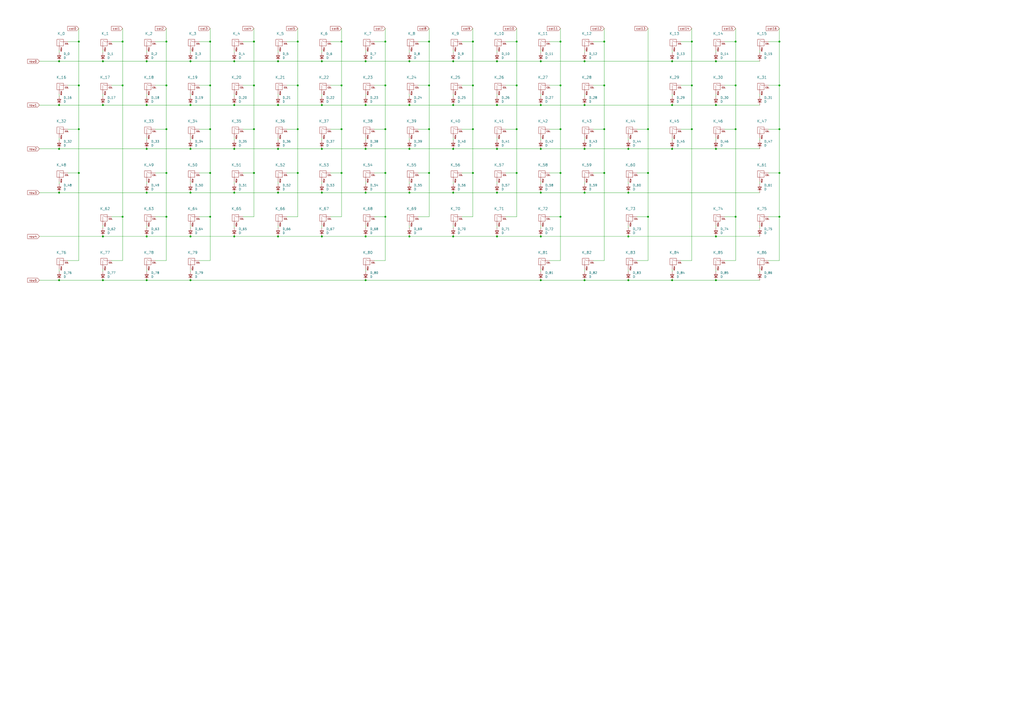
<source format=kicad_sch>
(kicad_sch (version 20250114) (generator "eeschema") (generator_version "9.0")
  (paper "A2")
  (junction (at 110.49 35.56))
  (junction (at 452.12 74.93))
  (junction (at 110.49 137.16))
  (junction (at 288.29 137.16))
  (junction (at 147.32 24.13))
  (junction (at 186.69 60.96))
  (junction (at 415.29 162.56))
  (junction (at 262.89 111.76))
  (junction (at 212.09 35.56))
  (junction (at 135.89 60.96))
  (junction (at 59.69 35.56))
  (junction (at 262.89 35.56))
  (junction (at 135.89 86.36))
  (junction (at 85.09 137.16))
  (junction (at 186.69 137.16))
  (junction (at 350.52 24.13))
  (junction (at 198.12 74.93))
  (junction (at 364.49 162.56))
  (junction (at 34.29 86.36))
  (junction (at 401.32 74.93))
  (junction (at 389.89 35.56))
  (junction (at 96.52 100.33))
  (junction (at 212.09 137.16))
  (junction (at 186.69 35.56))
  (junction (at 121.92 125.73))
  (junction (at 45.72 49.53))
  (junction (at 350.52 74.93))
  (junction (at 85.09 111.76))
  (junction (at 135.89 137.16))
  (junction (at 350.52 100.33))
  (junction (at 121.92 24.13))
  (junction (at 339.09 86.36))
  (junction (at 172.72 74.93))
  (junction (at 237.49 35.56))
  (junction (at 325.12 24.13))
  (junction (at 274.32 24.13))
  (junction (at 248.92 49.53))
  (junction (at 45.72 24.13))
  (junction (at 452.12 100.33))
  (junction (at 161.29 111.76))
  (junction (at 147.32 74.93))
  (junction (at 262.89 60.96))
  (junction (at 299.72 24.13))
  (junction (at 71.12 49.53))
  (junction (at 313.69 137.16))
  (junction (at 415.29 60.96))
  (junction (at 34.29 162.56))
  (junction (at 110.49 86.36))
  (junction (at 313.69 60.96))
  (junction (at 248.92 24.13))
  (junction (at 223.52 74.93))
  (junction (at 212.09 162.56))
  (junction (at 135.89 35.56))
  (junction (at 325.12 100.33))
  (junction (at 389.89 86.36))
  (junction (at 339.09 162.56))
  (junction (at 262.89 86.36))
  (junction (at 339.09 60.96))
  (junction (at 237.49 60.96))
  (junction (at 71.12 125.73))
  (junction (at 415.29 86.36))
  (junction (at 45.72 100.33))
  (junction (at 452.12 24.13))
  (junction (at 223.52 100.33))
  (junction (at 212.09 111.76))
  (junction (at 198.12 49.53))
  (junction (at 288.29 86.36))
  (junction (at 274.32 49.53))
  (junction (at 96.52 74.93))
  (junction (at 223.52 49.53))
  (junction (at 426.72 125.73))
  (junction (at 401.32 24.13))
  (junction (at 161.29 60.96))
  (junction (at 121.92 74.93))
  (junction (at 161.29 86.36))
  (junction (at 59.69 162.56))
  (junction (at 34.29 111.76))
  (junction (at 325.12 74.93))
  (junction (at 237.49 111.76))
  (junction (at 299.72 49.53))
  (junction (at 59.69 60.96))
  (junction (at 96.52 125.73))
  (junction (at 34.29 60.96))
  (junction (at 339.09 35.56))
  (junction (at 426.72 24.13))
  (junction (at 223.52 125.73))
  (junction (at 85.09 35.56))
  (junction (at 248.92 74.93))
  (junction (at 121.92 100.33))
  (junction (at 313.69 86.36))
  (junction (at 288.29 35.56))
  (junction (at 172.72 24.13))
  (junction (at 452.12 49.53))
  (junction (at 161.29 137.16))
  (junction (at 364.49 111.76))
  (junction (at 237.49 86.36))
  (junction (at 161.29 35.56))
  (junction (at 325.12 49.53))
  (junction (at 274.32 74.93))
  (junction (at 172.72 49.53))
  (junction (at 85.09 60.96))
  (junction (at 262.89 137.16))
  (junction (at 426.72 49.53))
  (junction (at 198.12 100.33))
  (junction (at 45.72 74.93))
  (junction (at 121.92 49.53))
  (junction (at 375.92 100.33))
  (junction (at 389.89 60.96))
  (junction (at 110.49 111.76))
  (junction (at 415.29 35.56))
  (junction (at 313.69 35.56))
  (junction (at 71.12 24.13))
  (junction (at 147.32 49.53))
  (junction (at 339.09 111.76))
  (junction (at 389.89 162.56))
  (junction (at 274.32 100.33))
  (junction (at 198.12 24.13))
  (junction (at 96.52 49.53))
  (junction (at 96.52 24.13))
  (junction (at 34.29 35.56))
  (junction (at 375.92 125.73))
  (junction (at 401.32 49.53))
  (junction (at 147.32 100.33))
  (junction (at 288.29 111.76))
  (junction (at 299.72 74.93))
  (junction (at 223.52 24.13))
  (junction (at 350.52 49.53))
  (junction (at 364.49 137.16))
  (junction (at 313.69 162.56))
  (junction (at 212.09 60.96))
  (junction (at 85.09 86.36))
  (junction (at 364.49 86.36))
  (junction (at 313.69 111.76))
  (junction (at 325.12 125.73))
  (junction (at 172.72 100.33))
  (junction (at 299.72 100.33))
  (junction (at 452.12 125.73))
  (junction (at 248.92 100.33))
  (junction (at 288.29 60.96))
  (junction (at 85.09 162.56))
  (junction (at 237.49 137.16))
  (junction (at 110.49 60.96))
  (junction (at 135.89 111.76))
  (junction (at 186.69 111.76))
  (junction (at 110.49 162.56))
  (junction (at 375.92 74.93))
  (junction (at 186.69 86.36))
  (junction (at 59.69 137.16))
  (junction (at 212.09 86.36))
  (junction (at 426.72 74.93))
  (junction (at 415.29 137.16))
  (wire (pts (xy 350.52 16.51) (xy 350.52 24.13)))
  (wire (pts (xy 161.29 80.01) (xy 161.29 81.28)))
  (wire (pts (xy 242.57 74.93) (xy 248.92 74.93)))
  (wire (pts (xy 389.89 86.36) (xy 415.29 86.36)))
  (wire (pts (xy 64.77 151.13) (xy 71.12 151.13)))
  (wire (pts (xy 135.89 35.56) (xy 161.29 35.56)))
  (wire (pts (xy 39.37 24.13) (xy 45.72 24.13)))
  (wire (pts (xy 262.89 137.16) (xy 288.29 137.16)))
  (wire (pts (xy 288.29 111.76) (xy 313.69 111.76)))
  (wire (pts (xy 115.57 100.33) (xy 121.92 100.33)))
  (wire (pts (xy 71.12 24.13) (xy 71.12 49.53)))
  (wire (pts (xy 452.12 100.33) (xy 452.12 74.93)))
  (wire (pts (xy 262.89 86.36) (xy 288.29 86.36)))
  (wire (pts (xy 452.12 74.93) (xy 452.12 49.53)))
  (wire (pts (xy 217.17 125.73) (xy 223.52 125.73)))
  (wire (pts (xy 313.69 80.01) (xy 313.69 81.28)))
  (wire (pts (xy 313.69 111.76) (xy 339.09 111.76)))
  (wire (pts (xy 147.32 16.51) (xy 147.32 24.13)))
  (wire (pts (xy 262.89 60.96) (xy 288.29 60.96)))
  (wire (pts (xy 445.77 49.53) (xy 452.12 49.53)))
  (wire (pts (xy 288.29 54.61) (xy 288.29 55.88)))
  (wire (pts (xy 166.37 74.93) (xy 172.72 74.93)))
  (wire (pts (xy 313.69 86.36) (xy 339.09 86.36)))
  (wire (pts (xy 34.29 156.21) (xy 34.29 157.48)))
  (wire (pts (xy 135.89 130.81) (xy 135.89 132.08)))
  (wire (pts (xy 426.72 151.13) (xy 426.72 125.73)))
  (wire (pts (xy 452.12 151.13) (xy 452.12 125.73)))
  (wire (pts (xy 401.32 74.93) (xy 401.32 49.53)))
  (wire (pts (xy 59.69 54.61) (xy 59.69 55.88)))
  (wire (pts (xy 339.09 162.56) (xy 364.49 162.56)))
  (wire (pts (xy 223.52 74.93) (xy 223.52 49.53)))
  (wire (pts (xy 401.32 16.51) (xy 401.32 24.13)))
  (wire (pts (xy 140.97 125.73) (xy 147.32 125.73)))
  (wire (pts (xy 198.12 125.73) (xy 198.12 100.33)))
  (wire (pts (xy 426.72 74.93) (xy 426.72 49.53)))
  (wire (pts (xy 440.69 130.81) (xy 440.69 132.08)))
  (wire (pts (xy 445.77 151.13) (xy 452.12 151.13)))
  (wire (pts (xy 339.09 105.41) (xy 339.09 106.68)))
  (wire (pts (xy 96.52 74.93) (xy 96.52 49.53)))
  (wire (pts (xy 318.77 74.93) (xy 325.12 74.93)))
  (wire (pts (xy 186.69 105.41) (xy 186.69 106.68)))
  (wire (pts (xy 45.72 151.13) (xy 45.72 100.33)))
  (wire (pts (xy 369.57 125.73) (xy 375.92 125.73)))
  (wire (pts (xy 288.29 80.01) (xy 288.29 81.28)))
  (wire (pts (xy 34.29 35.56) (xy 59.69 35.56)))
  (wire (pts (xy 325.12 151.13) (xy 325.12 125.73)))
  (wire (pts (xy 237.49 60.96) (xy 262.89 60.96)))
  (wire (pts (xy 212.09 86.36) (xy 237.49 86.36)))
  (wire (pts (xy 267.97 125.73) (xy 274.32 125.73)))
  (wire (pts (xy 59.69 29.21) (xy 59.69 30.48)))
  (wire (pts (xy 186.69 80.01) (xy 186.69 81.28)))
  (wire (pts (xy 364.49 130.81) (xy 364.49 132.08)))
  (wire (pts (xy 85.09 54.61) (xy 85.09 55.88)))
  (wire (pts (xy 339.09 156.21) (xy 339.09 157.48)))
  (wire (pts (xy 85.09 29.21) (xy 85.09 30.48)))
  (wire (pts (xy 262.89 130.81) (xy 262.89 132.08)))
  (wire (pts (xy 375.92 151.13) (xy 375.92 125.73)))
  (wire (pts (xy 325.12 125.73) (xy 325.12 100.33)))
  (wire (pts (xy 389.89 54.61) (xy 389.89 55.88)))
  (wire (pts (xy 267.97 74.93) (xy 274.32 74.93)))
  (wire (pts (xy 248.92 74.93) (xy 248.92 49.53)))
  (wire (pts (xy 135.89 60.96) (xy 161.29 60.96)))
  (wire (pts (xy 274.32 100.33) (xy 274.32 74.93)))
  (wire (pts (xy 147.32 125.73) (xy 147.32 100.33)))
  (wire (pts (xy 288.29 35.56) (xy 313.69 35.56)))
  (wire (pts (xy 22.86 111.76) (xy 34.29 111.76)))
  (wire (pts (xy 445.77 100.33) (xy 452.12 100.33)))
  (wire (pts (xy 217.17 49.53) (xy 223.52 49.53)))
  (wire (pts (xy 135.89 54.61) (xy 135.89 55.88)))
  (wire (pts (xy 237.49 137.16) (xy 262.89 137.16)))
  (wire (pts (xy 147.32 74.93) (xy 147.32 49.53)))
  (wire (pts (xy 313.69 54.61) (xy 313.69 55.88)))
  (wire (pts (xy 325.12 16.51) (xy 325.12 24.13)))
  (wire (pts (xy 85.09 111.76) (xy 110.49 111.76)))
  (wire (pts (xy 288.29 137.16) (xy 313.69 137.16)))
  (wire (pts (xy 223.52 24.13) (xy 223.52 49.53)))
  (wire (pts (xy 96.52 24.13) (xy 96.52 49.53)))
  (wire (pts (xy 242.57 49.53) (xy 248.92 49.53)))
  (wire (pts (xy 440.69 105.41) (xy 440.69 106.68)))
  (wire (pts (xy 318.77 49.53) (xy 325.12 49.53)))
  (wire (pts (xy 85.09 156.21) (xy 85.09 157.48)))
  (wire (pts (xy 274.32 16.51) (xy 274.32 24.13)))
  (wire (pts (xy 318.77 100.33) (xy 325.12 100.33)))
  (wire (pts (xy 293.37 74.93) (xy 299.72 74.93)))
  (wire (pts (xy 426.72 125.73) (xy 426.72 74.93)))
  (wire (pts (xy 147.32 100.33) (xy 147.32 74.93)))
  (wire (pts (xy 339.09 54.61) (xy 339.09 55.88)))
  (wire (pts (xy 90.17 100.33) (xy 96.52 100.33)))
  (wire (pts (xy 198.12 16.51) (xy 198.12 24.13)))
  (wire (pts (xy 85.09 60.96) (xy 110.49 60.96)))
  (wire (pts (xy 339.09 86.36) (xy 364.49 86.36)))
  (wire (pts (xy 110.49 60.96) (xy 135.89 60.96)))
  (wire (pts (xy 375.92 16.51) (xy 375.92 74.93)))
  (wire (pts (xy 420.37 125.73) (xy 426.72 125.73)))
  (wire (pts (xy 389.89 162.56) (xy 415.29 162.56)))
  (wire (pts (xy 217.17 24.13) (xy 223.52 24.13)))
  (wire (pts (xy 293.37 24.13) (xy 299.72 24.13)))
  (wire (pts (xy 172.72 74.93) (xy 172.72 49.53)))
  (wire (pts (xy 339.09 60.96) (xy 389.89 60.96)))
  (wire (pts (xy 350.52 100.33) (xy 350.52 74.93)))
  (wire (pts (xy 85.09 86.36) (xy 110.49 86.36)))
  (wire (pts (xy 186.69 137.16) (xy 212.09 137.16)))
  (wire (pts (xy 389.89 80.01) (xy 389.89 81.28)))
  (wire (pts (xy 426.72 24.13) (xy 426.72 49.53)))
  (wire (pts (xy 293.37 100.33) (xy 299.72 100.33)))
  (wire (pts (xy 85.09 137.16) (xy 110.49 137.16)))
  (wire (pts (xy 415.29 35.56) (xy 440.69 35.56)))
  (wire (pts (xy 223.52 125.73) (xy 223.52 100.33)))
  (wire (pts (xy 71.12 125.73) (xy 71.12 49.53)))
  (wire (pts (xy 420.37 151.13) (xy 426.72 151.13)))
  (wire (pts (xy 34.29 54.61) (xy 34.29 55.88)))
  (wire (pts (xy 288.29 130.81) (xy 288.29 132.08)))
  (wire (pts (xy 45.72 74.93) (xy 45.72 49.53)))
  (wire (pts (xy 90.17 74.93) (xy 96.52 74.93)))
  (wire (pts (xy 59.69 35.56) (xy 85.09 35.56)))
  (wire (pts (xy 161.29 35.56) (xy 186.69 35.56)))
  (wire (pts (xy 34.29 111.76) (xy 85.09 111.76)))
  (wire (pts (xy 394.97 49.53) (xy 401.32 49.53)))
  (wire (pts (xy 166.37 125.73) (xy 172.72 125.73)))
  (wire (pts (xy 415.29 156.21) (xy 415.29 157.48)))
  (wire (pts (xy 344.17 24.13) (xy 350.52 24.13)))
  (wire (pts (xy 415.29 130.81) (xy 415.29 132.08)))
  (wire (pts (xy 59.69 130.81) (xy 59.69 132.08)))
  (wire (pts (xy 293.37 49.53) (xy 299.72 49.53)))
  (wire (pts (xy 186.69 60.96) (xy 212.09 60.96)))
  (wire (pts (xy 350.52 74.93) (xy 350.52 49.53)))
  (wire (pts (xy 217.17 100.33) (xy 223.52 100.33)))
  (wire (pts (xy 262.89 54.61) (xy 262.89 55.88)))
  (wire (pts (xy 161.29 105.41) (xy 161.29 106.68)))
  (wire (pts (xy 288.29 60.96) (xy 313.69 60.96)))
  (wire (pts (xy 212.09 54.61) (xy 212.09 55.88)))
  (wire (pts (xy 339.09 35.56) (xy 389.89 35.56)))
  (wire (pts (xy 237.49 54.61) (xy 237.49 55.88)))
  (wire (pts (xy 262.89 35.56) (xy 288.29 35.56)))
  (wire (pts (xy 445.77 24.13) (xy 452.12 24.13)))
  (wire (pts (xy 313.69 60.96) (xy 339.09 60.96)))
  (wire (pts (xy 369.57 151.13) (xy 375.92 151.13)))
  (wire (pts (xy 237.49 86.36) (xy 262.89 86.36)))
  (wire (pts (xy 34.29 80.01) (xy 34.29 81.28)))
  (wire (pts (xy 64.77 125.73) (xy 71.12 125.73)))
  (wire (pts (xy 299.72 74.93) (xy 299.72 49.53)))
  (wire (pts (xy 140.97 49.53) (xy 147.32 49.53)))
  (wire (pts (xy 135.89 137.16) (xy 161.29 137.16)))
  (wire (pts (xy 313.69 105.41) (xy 313.69 106.68)))
  (wire (pts (xy 440.69 54.61) (xy 440.69 55.88)))
  (wire (pts (xy 22.86 137.16) (xy 59.69 137.16)))
  (wire (pts (xy 274.32 125.73) (xy 274.32 100.33)))
  (wire (pts (xy 85.09 162.56) (xy 110.49 162.56)))
  (wire (pts (xy 135.89 111.76) (xy 161.29 111.76)))
  (wire (pts (xy 299.72 125.73) (xy 299.72 100.33)))
  (wire (pts (xy 364.49 162.56) (xy 389.89 162.56)))
  (wire (pts (xy 299.72 24.13) (xy 299.72 49.53)))
  (wire (pts (xy 34.29 162.56) (xy 59.69 162.56)))
  (wire (pts (xy 212.09 80.01) (xy 212.09 81.28)))
  (wire (pts (xy 248.92 100.33) (xy 248.92 74.93)))
  (wire (pts (xy 191.77 49.53) (xy 198.12 49.53)))
  (wire (pts (xy 172.72 125.73) (xy 172.72 100.33)))
  (wire (pts (xy 115.57 24.13) (xy 121.92 24.13)))
  (wire (pts (xy 64.77 24.13) (xy 71.12 24.13)))
  (wire (pts (xy 313.69 137.16) (xy 364.49 137.16)))
  (wire (pts (xy 415.29 60.96) (xy 440.69 60.96)))
  (wire (pts (xy 364.49 80.01) (xy 364.49 81.28)))
  (wire (pts (xy 147.32 24.13) (xy 147.32 49.53)))
  (wire (pts (xy 223.52 151.13) (xy 223.52 125.73)))
  (wire (pts (xy 212.09 35.56) (xy 237.49 35.56)))
  (wire (pts (xy 34.29 86.36) (xy 85.09 86.36)))
  (wire (pts (xy 90.17 49.53) (xy 96.52 49.53)))
  (wire (pts (xy 401.32 151.13) (xy 401.32 74.93)))
  (wire (pts (xy 212.09 130.81) (xy 212.09 132.08)))
  (wire (pts (xy 274.32 74.93) (xy 274.32 49.53)))
  (wire (pts (xy 313.69 35.56) (xy 339.09 35.56)))
  (wire (pts (xy 318.77 24.13) (xy 325.12 24.13)))
  (wire (pts (xy 288.29 29.21) (xy 288.29 30.48)))
  (wire (pts (xy 293.37 125.73) (xy 299.72 125.73)))
  (wire (pts (xy 121.92 24.13) (xy 121.92 49.53)))
  (wire (pts (xy 389.89 29.21) (xy 389.89 30.48)))
  (wire (pts (xy 313.69 156.21) (xy 313.69 157.48)))
  (wire (pts (xy 344.17 151.13) (xy 350.52 151.13)))
  (wire (pts (xy 242.57 100.33) (xy 248.92 100.33)))
  (wire (pts (xy 96.52 100.33) (xy 96.52 74.93)))
  (wire (pts (xy 440.69 156.21) (xy 440.69 157.48)))
  (wire (pts (xy 110.49 105.41) (xy 110.49 106.68)))
  (wire (pts (xy 90.17 125.73) (xy 96.52 125.73)))
  (wire (pts (xy 191.77 24.13) (xy 198.12 24.13)))
  (wire (pts (xy 325.12 100.33) (xy 325.12 74.93)))
  (wire (pts (xy 452.12 125.73) (xy 452.12 100.33)))
  (wire (pts (xy 325.12 74.93) (xy 325.12 49.53)))
  (wire (pts (xy 45.72 24.13) (xy 45.72 49.53)))
  (wire (pts (xy 344.17 49.53) (xy 350.52 49.53)))
  (wire (pts (xy 121.92 151.13) (xy 121.92 125.73)))
  (wire (pts (xy 140.97 74.93) (xy 147.32 74.93)))
  (wire (pts (xy 262.89 111.76) (xy 288.29 111.76)))
  (wire (pts (xy 223.52 16.51) (xy 223.52 24.13)))
  (wire (pts (xy 350.52 151.13) (xy 350.52 100.33)))
  (wire (pts (xy 339.09 29.21) (xy 339.09 30.48)))
  (wire (pts (xy 110.49 35.56) (xy 135.89 35.56)))
  (wire (pts (xy 135.89 80.01) (xy 135.89 81.28)))
  (wire (pts (xy 426.72 16.51) (xy 426.72 24.13)))
  (wire (pts (xy 420.37 49.53) (xy 426.72 49.53)))
  (wire (pts (xy 135.89 29.21) (xy 135.89 30.48)))
  (wire (pts (xy 237.49 80.01) (xy 237.49 81.28)))
  (wire (pts (xy 267.97 24.13) (xy 274.32 24.13)))
  (wire (pts (xy 369.57 74.93) (xy 375.92 74.93)))
  (wire (pts (xy 262.89 105.41) (xy 262.89 106.68)))
  (wire (pts (xy 161.29 130.81) (xy 161.29 132.08)))
  (wire (pts (xy 161.29 137.16) (xy 186.69 137.16)))
  (wire (pts (xy 110.49 162.56) (xy 212.09 162.56)))
  (wire (pts (xy 34.29 29.21) (xy 34.29 30.48)))
  (wire (pts (xy 59.69 60.96) (xy 85.09 60.96)))
  (wire (pts (xy 389.89 60.96) (xy 415.29 60.96)))
  (wire (pts (xy 110.49 130.81) (xy 110.49 132.08)))
  (wire (pts (xy 401.32 24.13) (xy 401.32 49.53)))
  (wire (pts (xy 115.57 151.13) (xy 121.92 151.13)))
  (wire (pts (xy 364.49 105.41) (xy 364.49 106.68)))
  (wire (pts (xy 237.49 29.21) (xy 237.49 30.48)))
  (wire (pts (xy 299.72 16.51) (xy 299.72 24.13)))
  (wire (pts (xy 415.29 137.16) (xy 440.69 137.16)))
  (wire (pts (xy 166.37 49.53) (xy 172.72 49.53)))
  (wire (pts (xy 394.97 151.13) (xy 401.32 151.13)))
  (wire (pts (xy 110.49 54.61) (xy 110.49 55.88)))
  (wire (pts (xy 34.29 60.96) (xy 59.69 60.96)))
  (wire (pts (xy 318.77 125.73) (xy 325.12 125.73)))
  (wire (pts (xy 198.12 24.13) (xy 198.12 49.53)))
  (wire (pts (xy 223.52 100.33) (xy 223.52 74.93)))
  (wire (pts (xy 140.97 100.33) (xy 147.32 100.33)))
  (wire (pts (xy 212.09 105.41) (xy 212.09 106.68)))
  (wire (pts (xy 85.09 35.56) (xy 110.49 35.56)))
  (wire (pts (xy 121.92 16.51) (xy 121.92 24.13)))
  (wire (pts (xy 186.69 86.36) (xy 212.09 86.36)))
  (wire (pts (xy 186.69 29.21) (xy 186.69 30.48)))
  (wire (pts (xy 90.17 151.13) (xy 96.52 151.13)))
  (wire (pts (xy 22.86 86.36) (xy 34.29 86.36)))
  (wire (pts (xy 288.29 105.41) (xy 288.29 106.68)))
  (wire (pts (xy 191.77 100.33) (xy 198.12 100.33)))
  (wire (pts (xy 110.49 80.01) (xy 110.49 81.28)))
  (wire (pts (xy 85.09 80.01) (xy 85.09 81.28)))
  (wire (pts (xy 22.86 162.56) (xy 34.29 162.56)))
  (wire (pts (xy 161.29 29.21) (xy 161.29 30.48)))
  (wire (pts (xy 115.57 74.93) (xy 121.92 74.93)))
  (wire (pts (xy 71.12 16.51) (xy 71.12 24.13)))
  (wire (pts (xy 140.97 24.13) (xy 147.32 24.13)))
  (wire (pts (xy 452.12 16.51) (xy 452.12 24.13)))
  (wire (pts (xy 39.37 100.33) (xy 45.72 100.33)))
  (wire (pts (xy 420.37 74.93) (xy 426.72 74.93)))
  (wire (pts (xy 212.09 137.16) (xy 237.49 137.16)))
  (wire (pts (xy 39.37 74.93) (xy 45.72 74.93)))
  (wire (pts (xy 115.57 125.73) (xy 121.92 125.73)))
  (wire (pts (xy 161.29 111.76) (xy 186.69 111.76)))
  (wire (pts (xy 217.17 74.93) (xy 223.52 74.93)))
  (wire (pts (xy 59.69 162.56) (xy 85.09 162.56)))
  (wire (pts (xy 237.49 35.56) (xy 262.89 35.56)))
  (wire (pts (xy 90.17 24.13) (xy 96.52 24.13)))
  (wire (pts (xy 262.89 80.01) (xy 262.89 81.28)))
  (wire (pts (xy 161.29 54.61) (xy 161.29 55.88)))
  (wire (pts (xy 212.09 156.21) (xy 212.09 157.48)))
  (wire (pts (xy 217.17 151.13) (xy 223.52 151.13)))
  (wire (pts (xy 135.89 105.41) (xy 135.89 106.68)))
  (wire (pts (xy 22.86 60.96) (xy 34.29 60.96)))
  (wire (pts (xy 22.86 35.56) (xy 34.29 35.56)))
  (wire (pts (xy 364.49 111.76) (xy 440.69 111.76)))
  (wire (pts (xy 313.69 162.56) (xy 339.09 162.56)))
  (wire (pts (xy 161.29 60.96) (xy 186.69 60.96)))
  (wire (pts (xy 313.69 29.21) (xy 313.69 30.48)))
  (wire (pts (xy 394.97 74.93) (xy 401.32 74.93)))
  (wire (pts (xy 339.09 111.76) (xy 364.49 111.76)))
  (wire (pts (xy 64.77 49.53) (xy 71.12 49.53)))
  (wire (pts (xy 445.77 74.93) (xy 452.12 74.93)))
  (wire (pts (xy 339.09 80.01) (xy 339.09 81.28)))
  (wire (pts (xy 248.92 16.51) (xy 248.92 24.13)))
  (wire (pts (xy 212.09 60.96) (xy 237.49 60.96)))
  (wire (pts (xy 121.92 125.73) (xy 121.92 100.33)))
  (wire (pts (xy 172.72 16.51) (xy 172.72 24.13)))
  (wire (pts (xy 364.49 137.16) (xy 415.29 137.16)))
  (wire (pts (xy 313.69 130.81) (xy 313.69 132.08)))
  (wire (pts (xy 71.12 151.13) (xy 71.12 125.73)))
  (wire (pts (xy 115.57 49.53) (xy 121.92 49.53)))
  (wire (pts (xy 325.12 24.13) (xy 325.12 49.53)))
  (wire (pts (xy 85.09 105.41) (xy 85.09 106.68)))
  (wire (pts (xy 440.69 29.21) (xy 440.69 30.48)))
  (wire (pts (xy 161.29 86.36) (xy 186.69 86.36)))
  (wire (pts (xy 415.29 29.21) (xy 415.29 30.48)))
  (wire (pts (xy 445.77 125.73) (xy 452.12 125.73)))
  (wire (pts (xy 394.97 24.13) (xy 401.32 24.13)))
  (wire (pts (xy 191.77 125.73) (xy 198.12 125.73)))
  (wire (pts (xy 364.49 156.21) (xy 364.49 157.48)))
  (wire (pts (xy 242.57 125.73) (xy 248.92 125.73)))
  (wire (pts (xy 59.69 137.16) (xy 85.09 137.16)))
  (wire (pts (xy 288.29 86.36) (xy 313.69 86.36)))
  (wire (pts (xy 166.37 100.33) (xy 172.72 100.33)))
  (wire (pts (xy 415.29 80.01) (xy 415.29 81.28)))
  (wire (pts (xy 59.69 156.21) (xy 59.69 157.48)))
  (wire (pts (xy 212.09 162.56) (xy 313.69 162.56)))
  (wire (pts (xy 45.72 16.51) (xy 45.72 24.13)))
  (wire (pts (xy 45.72 100.33) (xy 45.72 74.93)))
  (wire (pts (xy 237.49 130.81) (xy 237.49 132.08)))
  (wire (pts (xy 212.09 29.21) (xy 212.09 30.48)))
  (wire (pts (xy 344.17 74.93) (xy 350.52 74.93)))
  (wire (pts (xy 267.97 49.53) (xy 274.32 49.53)))
  (wire (pts (xy 248.92 24.13) (xy 248.92 49.53)))
  (wire (pts (xy 212.09 111.76) (xy 237.49 111.76)))
  (wire (pts (xy 186.69 35.56) (xy 212.09 35.56)))
  (wire (pts (xy 375.92 125.73) (xy 375.92 100.33)))
  (wire (pts (xy 389.89 35.56) (xy 415.29 35.56)))
  (wire (pts (xy 121.92 74.93) (xy 121.92 49.53)))
  (wire (pts (xy 267.97 100.33) (xy 274.32 100.33)))
  (wire (pts (xy 389.89 156.21) (xy 389.89 157.48)))
  (wire (pts (xy 39.37 49.53) (xy 45.72 49.53)))
  (wire (pts (xy 96.52 151.13) (xy 96.52 125.73)))
  (wire (pts (xy 186.69 111.76) (xy 212.09 111.76)))
  (wire (pts (xy 166.37 24.13) (xy 172.72 24.13)))
  (wire (pts (xy 237.49 111.76) (xy 262.89 111.76)))
  (wire (pts (xy 415.29 54.61) (xy 415.29 55.88)))
  (wire (pts (xy 452.12 24.13) (xy 452.12 49.53)))
  (wire (pts (xy 191.77 74.93) (xy 198.12 74.93)))
  (wire (pts (xy 242.57 24.13) (xy 248.92 24.13)))
  (wire (pts (xy 420.37 24.13) (xy 426.72 24.13)))
  (wire (pts (xy 110.49 29.21) (xy 110.49 30.48)))
  (wire (pts (xy 299.72 100.33) (xy 299.72 74.93)))
  (wire (pts (xy 85.09 130.81) (xy 85.09 132.08)))
  (wire (pts (xy 110.49 156.21) (xy 110.49 157.48)))
  (wire (pts (xy 135.89 86.36) (xy 161.29 86.36)))
  (wire (pts (xy 39.37 151.13) (xy 45.72 151.13)))
  (wire (pts (xy 237.49 105.41) (xy 237.49 106.68)))
  (wire (pts (xy 415.29 162.56) (xy 440.69 162.56)))
  (wire (pts (xy 110.49 111.76) (xy 135.89 111.76)))
  (wire (pts (xy 172.72 100.33) (xy 172.72 74.93)))
  (wire (pts (xy 262.89 29.21) (xy 262.89 30.48)))
  (wire (pts (xy 186.69 130.81) (xy 186.69 132.08)))
  (wire (pts (xy 318.77 151.13) (xy 325.12 151.13)))
  (wire (pts (xy 198.12 74.93) (xy 198.12 49.53)))
  (wire (pts (xy 172.72 24.13) (xy 172.72 49.53)))
  (wire (pts (xy 96.52 125.73) (xy 96.52 100.33)))
  (wire (pts (xy 198.12 100.33) (xy 198.12 74.93)))
  (wire (pts (xy 186.69 54.61) (xy 186.69 55.88)))
  (wire (pts (xy 415.29 86.36) (xy 440.69 86.36)))
  (wire (pts (xy 344.17 100.33) (xy 350.52 100.33)))
  (wire (pts (xy 375.92 100.33) (xy 375.92 74.93)))
  (wire (pts (xy 248.92 125.73) (xy 248.92 100.33)))
  (wire (pts (xy 440.69 80.01) (xy 440.69 81.28)))
  (wire (pts (xy 110.49 86.36) (xy 135.89 86.36)))
  (wire (pts (xy 96.52 16.51) (xy 96.52 24.13)))
  (wire (pts (xy 350.52 24.13) (xy 350.52 49.53)))
  (wire (pts (xy 369.57 100.33) (xy 375.92 100.33)))
  (wire (pts (xy 110.49 137.16) (xy 135.89 137.16)))
  (wire (pts (xy 34.29 105.41) (xy 34.29 106.68)))
  (wire (pts (xy 121.92 100.33) (xy 121.92 74.93)))
  (wire (pts (xy 274.32 24.13) (xy 274.32 49.53)))
  (wire (pts (xy 364.49 86.36) (xy 389.89 86.36)))
  (global_label "row5" (shape input) (at 22.86 162.56 180) (property "Intersheetrefs" "${INTERSHEET_REFS}" (effects (hide yes))))
  (global_label "row1" (shape input) (at 22.86 60.96 180) (property "Intersheetrefs" "${INTERSHEET_REFS}" (effects (hide yes))))
  (global_label "col9" (shape input) (at 274.32 16.51 180) (property "Intersheetrefs" "${INTERSHEET_REFS}" (effects (hide yes))))
  (global_label "row0" (shape input) (at 22.86 35.56 180) (property "Intersheetrefs" "${INTERSHEET_REFS}" (effects (hide yes))))
  (global_label "col14" (shape input) (at 401.32 16.51 180) (property "Intersheetrefs" "${INTERSHEET_REFS}" (effects (hide yes))))
  (global_label "col2" (shape input) (at 96.52 16.51 180) (property "Intersheetrefs" "${INTERSHEET_REFS}" (effects (hide yes))))
  (global_label "col13" (shape input) (at 375.92 16.51 180) (property "Intersheetrefs" "${INTERSHEET_REFS}" (effects (hide yes))))
  (global_label "col3" (shape input) (at 121.92 16.51 180) (property "Intersheetrefs" "${INTERSHEET_REFS}" (effects (hide yes))))
  (global_label "col0" (shape input) (at 45.72 16.51 180) (property "Intersheetrefs" "${INTERSHEET_REFS}" (effects (hide yes))))
  (global_label "row3" (shape input) (at 22.86 111.76 180) (property "Intersheetrefs" "${INTERSHEET_REFS}" (effects (hide yes))))
  (global_label "col7" (shape input) (at 223.52 16.51 180) (property "Intersheetrefs" "${INTERSHEET_REFS}" (effects (hide yes))))
  (global_label "col12" (shape input) (at 350.52 16.51 180) (property "Intersheetrefs" "${INTERSHEET_REFS}" (effects (hide yes))))
  (global_label "col8" (shape input) (at 248.92 16.51 180) (property "Intersheetrefs" "${INTERSHEET_REFS}" (effects (hide yes))))
  (global_label "col6" (shape input) (at 198.12 16.51 180) (property "Intersheetrefs" "${INTERSHEET_REFS}" (effects (hide yes))))
  (global_label "col5" (shape input) (at 172.72 16.51 180) (property "Intersheetrefs" "${INTERSHEET_REFS}" (effects (hide yes))))
  (global_label "col15" (shape input) (at 426.72 16.51 180) (property "Intersheetrefs" "${INTERSHEET_REFS}" (effects (hide yes))))
  (global_label "row4" (shape input) (at 22.86 137.16 180) (property "Intersheetrefs" "${INTERSHEET_REFS}" (effects (hide yes))))
  (global_label "col1" (shape input) (at 71.12 16.51 180) (property "Intersheetrefs" "${INTERSHEET_REFS}" (effects (hide yes))))
  (global_label "col4" (shape input) (at 147.32 16.51 180) (property "Intersheetrefs" "${INTERSHEET_REFS}" (effects (hide yes))))
  (global_label "col11" (shape input) (at 325.12 16.51 180) (property "Intersheetrefs" "${INTERSHEET_REFS}" (effects (hide yes))))
  (global_label "col16" (shape input) (at 452.12 16.51 180) (property "Intersheetrefs" "${INTERSHEET_REFS}" (effects (hide yes))))
  (global_label "row2" (shape input) (at 22.86 86.36 180) (property "Intersheetrefs" "${INTERSHEET_REFS}" (effects (hide yes))))
  (global_label "col10" (shape input) (at 299.72 16.51 180) (property "Intersheetrefs" "${INTERSHEET_REFS}" (effects (hide yes))))
  (symbol (lib_id "Device:D_Small") (at 34.29 33.02 90) (unit 1)
    (property "Reference" "D_0" (at 36.83 31.242 90) (effects (justify right)))
    (property "Value" "D" (at 36.83 33.528 90) (effects (justify right)))
    (property "Footprint" "Diode_SMD:D_SOD-123" (effects (hide yes)))
  )
  (symbol (lib_id "MX_Alps_Hybrid:MX-NoLED") (at 35.56 25.4 0) (unit 1)
    (property "Reference" "K_0" (at 35.56 19.4818 0) (effects (font (size 1.524 1.524))))
    (property "Value" "KEYSW" (effects (hide yes)))
    (property "Footprint" "MX_Alps_Hybrid:MX-1U-NoLED" (effects (hide yes)))
  )
  (symbol (lib_id "Device:D_Small") (at 59.69 33.02 90) (unit 1)
    (property "Reference" "D_1" (at 62.23 31.242 90) (effects (justify right)))
    (property "Value" "D" (at 62.23 33.528 90) (effects (justify right)))
    (property "Footprint" "Diode_SMD:D_SOD-123" (effects (hide yes)))
  )
  (symbol (lib_id "MX_Alps_Hybrid:MX-NoLED") (at 60.96 25.4 0) (unit 1)
    (property "Reference" "K_1" (at 60.96 19.4818 0) (effects (font (size 1.524 1.524))))
    (property "Value" "KEYSW" (effects (hide yes)))
    (property "Footprint" "MX_Alps_Hybrid:MX-1U-NoLED" (effects (hide yes)))
  )
  (symbol (lib_id "Device:D_Small") (at 85.09 33.02 90) (unit 1)
    (property "Reference" "D_2" (at 87.63 31.242 90) (effects (justify right)))
    (property "Value" "D" (at 87.63 33.528 90) (effects (justify right)))
    (property "Footprint" "Diode_SMD:D_SOD-123" (effects (hide yes)))
  )
  (symbol (lib_id "MX_Alps_Hybrid:MX-NoLED") (at 86.36 25.4 0) (unit 1)
    (property "Reference" "K_2" (at 86.36 19.4818 0) (effects (font (size 1.524 1.524))))
    (property "Value" "KEYSW" (effects (hide yes)))
    (property "Footprint" "MX_Alps_Hybrid:MX-1U-NoLED" (effects (hide yes)))
  )
  (symbol (lib_id "Device:D_Small") (at 110.49 33.02 90) (unit 1)
    (property "Reference" "D_3" (at 113.03 31.242 90) (effects (justify right)))
    (property "Value" "D" (at 113.03 33.528 90) (effects (justify right)))
    (property "Footprint" "Diode_SMD:D_SOD-123" (effects (hide yes)))
  )
  (symbol (lib_id "MX_Alps_Hybrid:MX-NoLED") (at 111.76 25.4 0) (unit 1)
    (property "Reference" "K_3" (at 111.76 19.4818 0) (effects (font (size 1.524 1.524))))
    (property "Value" "KEYSW" (effects (hide yes)))
    (property "Footprint" "MX_Alps_Hybrid:MX-1U-NoLED" (effects (hide yes)))
  )
  (symbol (lib_id "Device:D_Small") (at 135.89 33.02 90) (unit 1)
    (property "Reference" "D_4" (at 138.43 31.242 90) (effects (justify right)))
    (property "Value" "D" (at 138.43 33.528 90) (effects (justify right)))
    (property "Footprint" "Diode_SMD:D_SOD-123" (effects (hide yes)))
  )
  (symbol (lib_id "MX_Alps_Hybrid:MX-NoLED") (at 137.16 25.4 0) (unit 1)
    (property "Reference" "K_4" (at 137.16 19.4818 0) (effects (font (size 1.524 1.524))))
    (property "Value" "KEYSW" (effects (hide yes)))
    (property "Footprint" "MX_Alps_Hybrid:MX-1U-NoLED" (effects (hide yes)))
  )
  (symbol (lib_id "Device:D_Small") (at 161.29 33.02 90) (unit 1)
    (property "Reference" "D_5" (at 163.83 31.242 90) (effects (justify right)))
    (property "Value" "D" (at 163.83 33.528 90) (effects (justify right)))
    (property "Footprint" "Diode_SMD:D_SOD-123" (effects (hide yes)))
  )
  (symbol (lib_id "MX_Alps_Hybrid:MX-NoLED") (at 162.56 25.4 0) (unit 1)
    (property "Reference" "K_5" (at 162.56 19.4818 0) (effects (font (size 1.524 1.524))))
    (property "Value" "KEYSW" (effects (hide yes)))
    (property "Footprint" "MX_Alps_Hybrid:MX-1U-NoLED" (effects (hide yes)))
  )
  (symbol (lib_id "Device:D_Small") (at 186.69 33.02 90) (unit 1)
    (property "Reference" "D_6" (at 189.23 31.242 90) (effects (justify right)))
    (property "Value" "D" (at 189.23 33.528 90) (effects (justify right)))
    (property "Footprint" "Diode_SMD:D_SOD-123" (effects (hide yes)))
  )
  (symbol (lib_id "MX_Alps_Hybrid:MX-NoLED") (at 187.96 25.4 0) (unit 1)
    (property "Reference" "K_6" (at 187.96 19.4818 0) (effects (font (size 1.524 1.524))))
    (property "Value" "KEYSW" (effects (hide yes)))
    (property "Footprint" "MX_Alps_Hybrid:MX-1U-NoLED" (effects (hide yes)))
  )
  (symbol (lib_id "Device:D_Small") (at 212.09 33.02 90) (unit 1)
    (property "Reference" "D_7" (at 214.63 31.242 90) (effects (justify right)))
    (property "Value" "D" (at 214.63 33.528 90) (effects (justify right)))
    (property "Footprint" "Diode_SMD:D_SOD-123" (effects (hide yes)))
  )
  (symbol (lib_id "MX_Alps_Hybrid:MX-NoLED") (at 213.36 25.4 0) (unit 1)
    (property "Reference" "K_7" (at 213.36 19.4818 0) (effects (font (size 1.524 1.524))))
    (property "Value" "KEYSW" (effects (hide yes)))
    (property "Footprint" "MX_Alps_Hybrid:MX-1U-NoLED" (effects (hide yes)))
  )
  (symbol (lib_id "Device:D_Small") (at 237.49 33.02 90) (unit 1)
    (property "Reference" "D_8" (at 240.03 31.242 90) (effects (justify right)))
    (property "Value" "D" (at 240.03 33.528 90) (effects (justify right)))
    (property "Footprint" "Diode_SMD:D_SOD-123" (effects (hide yes)))
  )
  (symbol (lib_id "MX_Alps_Hybrid:MX-NoLED") (at 238.76 25.4 0) (unit 1)
    (property "Reference" "K_8" (at 238.76 19.4818 0) (effects (font (size 1.524 1.524))))
    (property "Value" "KEYSW" (effects (hide yes)))
    (property "Footprint" "MX_Alps_Hybrid:MX-1U-NoLED" (effects (hide yes)))
  )
  (symbol (lib_id "Device:D_Small") (at 262.89 33.02 90) (unit 1)
    (property "Reference" "D_9" (at 265.43 31.242 90) (effects (justify right)))
    (property "Value" "D" (at 265.43 33.528 90) (effects (justify right)))
    (property "Footprint" "Diode_SMD:D_SOD-123" (effects (hide yes)))
  )
  (symbol (lib_id "MX_Alps_Hybrid:MX-NoLED") (at 264.16 25.4 0) (unit 1)
    (property "Reference" "K_9" (at 264.16 19.4818 0) (effects (font (size 1.524 1.524))))
    (property "Value" "KEYSW" (effects (hide yes)))
    (property "Footprint" "MX_Alps_Hybrid:MX-1U-NoLED" (effects (hide yes)))
  )
  (symbol (lib_id "Device:D_Small") (at 288.29 33.02 90) (unit 1)
    (property "Reference" "D_10" (at 290.83 31.242 90) (effects (justify right)))
    (property "Value" "D" (at 290.83 33.528 90) (effects (justify right)))
    (property "Footprint" "Diode_SMD:D_SOD-123" (effects (hide yes)))
  )
  (symbol (lib_id "MX_Alps_Hybrid:MX-NoLED") (at 289.56 25.4 0) (unit 1)
    (property "Reference" "K_10" (at 289.56 19.4818 0) (effects (font (size 1.524 1.524))))
    (property "Value" "KEYSW" (effects (hide yes)))
    (property "Footprint" "MX_Alps_Hybrid:MX-1U-NoLED" (effects (hide yes)))
  )
  (symbol (lib_id "Device:D_Small") (at 313.69 33.02 90) (unit 1)
    (property "Reference" "D_11" (at 316.23 31.242 90) (effects (justify right)))
    (property "Value" "D" (at 316.23 33.528 90) (effects (justify right)))
    (property "Footprint" "Diode_SMD:D_SOD-123" (effects (hide yes)))
  )
  (symbol (lib_id "MX_Alps_Hybrid:MX-NoLED") (at 314.96 25.4 0) (unit 1)
    (property "Reference" "K_11" (at 314.96 19.4818 0) (effects (font (size 1.524 1.524))))
    (property "Value" "KEYSW" (effects (hide yes)))
    (property "Footprint" "MX_Alps_Hybrid:MX-1U-NoLED" (effects (hide yes)))
  )
  (symbol (lib_id "Device:D_Small") (at 339.09 33.02 90) (unit 1)
    (property "Reference" "D_12" (at 341.63 31.242 90) (effects (justify right)))
    (property "Value" "D" (at 341.63 33.528 90) (effects (justify right)))
    (property "Footprint" "Diode_SMD:D_SOD-123" (effects (hide yes)))
  )
  (symbol (lib_id "MX_Alps_Hybrid:MX-NoLED") (at 340.36 25.4 0) (unit 1)
    (property "Reference" "K_12" (at 340.36 19.4818 0) (effects (font (size 1.524 1.524))))
    (property "Value" "KEYSW" (effects (hide yes)))
    (property "Footprint" "MX_Alps_Hybrid:MX-1U-NoLED" (effects (hide yes)))
  )
  (symbol (lib_id "Device:D_Small") (at 389.89 33.02 90) (unit 1)
    (property "Reference" "D_13" (at 392.43 31.242 90) (effects (justify right)))
    (property "Value" "D" (at 392.43 33.528 90) (effects (justify right)))
    (property "Footprint" "Diode_SMD:D_SOD-123" (effects (hide yes)))
  )
  (symbol (lib_id "MX_Alps_Hybrid:MX-NoLED") (at 391.16 25.4 0) (unit 1)
    (property "Reference" "K_13" (at 391.16 19.4818 0) (effects (font (size 1.524 1.524))))
    (property "Value" "KEYSW" (effects (hide yes)))
    (property "Footprint" "MX_Alps_Hybrid:MX-1U-NoLED" (effects (hide yes)))
  )
  (symbol (lib_id "Device:D_Small") (at 415.29 33.02 90) (unit 1)
    (property "Reference" "D_14" (at 417.83 31.242 90) (effects (justify right)))
    (property "Value" "D" (at 417.83 33.528 90) (effects (justify right)))
    (property "Footprint" "Diode_SMD:D_SOD-123" (effects (hide yes)))
  )
  (symbol (lib_id "MX_Alps_Hybrid:MX-NoLED") (at 416.56 25.4 0) (unit 1)
    (property "Reference" "K_14" (at 416.56 19.4818 0) (effects (font (size 1.524 1.524))))
    (property "Value" "KEYSW" (effects (hide yes)))
    (property "Footprint" "MX_Alps_Hybrid:MX-1U-NoLED" (effects (hide yes)))
  )
  (symbol (lib_id "Device:D_Small") (at 440.69 33.02 90) (unit 1)
    (property "Reference" "D_15" (at 443.23 31.242 90) (effects (justify right)))
    (property "Value" "D" (at 443.23 33.528 90) (effects (justify right)))
    (property "Footprint" "Diode_SMD:D_SOD-123" (effects (hide yes)))
  )
  (symbol (lib_id "MX_Alps_Hybrid:MX-NoLED") (at 441.96 25.4 0) (unit 1)
    (property "Reference" "K_15" (at 441.96 19.4818 0) (effects (font (size 1.524 1.524))))
    (property "Value" "KEYSW" (effects (hide yes)))
    (property "Footprint" "MX_Alps_Hybrid:MX-1U-NoLED" (effects (hide yes)))
  )
  (symbol (lib_id "Device:D_Small") (at 34.29 58.42 90) (unit 1)
    (property "Reference" "D_16" (at 36.83 56.642 90) (effects (justify right)))
    (property "Value" "D" (at 36.83 58.928 90) (effects (justify right)))
    (property "Footprint" "Diode_SMD:D_SOD-123" (effects (hide yes)))
  )
  (symbol (lib_id "MX_Alps_Hybrid:MX-NoLED") (at 35.56 50.8 0) (unit 1)
    (property "Reference" "K_16" (at 35.56 44.8818 0) (effects (font (size 1.524 1.524))))
    (property "Value" "KEYSW" (effects (hide yes)))
    (property "Footprint" "MX_Alps_Hybrid:MX-1U-NoLED" (effects (hide yes)))
  )
  (symbol (lib_id "Device:D_Small") (at 59.69 58.42 90) (unit 1)
    (property "Reference" "D_17" (at 62.23 56.642 90) (effects (justify right)))
    (property "Value" "D" (at 62.23 58.928 90) (effects (justify right)))
    (property "Footprint" "Diode_SMD:D_SOD-123" (effects (hide yes)))
  )
  (symbol (lib_id "MX_Alps_Hybrid:MX-NoLED") (at 60.96 50.8 0) (unit 1)
    (property "Reference" "K_17" (at 60.96 44.8818 0) (effects (font (size 1.524 1.524))))
    (property "Value" "KEYSW" (effects (hide yes)))
    (property "Footprint" "MX_Alps_Hybrid:MX-1U-NoLED" (effects (hide yes)))
  )
  (symbol (lib_id "Device:D_Small") (at 85.09 58.42 90) (unit 1)
    (property "Reference" "D_18" (at 87.63 56.642 90) (effects (justify right)))
    (property "Value" "D" (at 87.63 58.928 90) (effects (justify right)))
    (property "Footprint" "Diode_SMD:D_SOD-123" (effects (hide yes)))
  )
  (symbol (lib_id "MX_Alps_Hybrid:MX-NoLED") (at 86.36 50.8 0) (unit 1)
    (property "Reference" "K_18" (at 86.36 44.8818 0) (effects (font (size 1.524 1.524))))
    (property "Value" "KEYSW" (effects (hide yes)))
    (property "Footprint" "MX_Alps_Hybrid:MX-1U-NoLED" (effects (hide yes)))
  )
  (symbol (lib_id "Device:D_Small") (at 110.49 58.42 90) (unit 1)
    (property "Reference" "D_19" (at 113.03 56.642 90) (effects (justify right)))
    (property "Value" "D" (at 113.03 58.928 90) (effects (justify right)))
    (property "Footprint" "Diode_SMD:D_SOD-123" (effects (hide yes)))
  )
  (symbol (lib_id "MX_Alps_Hybrid:MX-NoLED") (at 111.76 50.8 0) (unit 1)
    (property "Reference" "K_19" (at 111.76 44.8818 0) (effects (font (size 1.524 1.524))))
    (property "Value" "KEYSW" (effects (hide yes)))
    (property "Footprint" "MX_Alps_Hybrid:MX-1U-NoLED" (effects (hide yes)))
  )
  (symbol (lib_id "Device:D_Small") (at 135.89 58.42 90) (unit 1)
    (property "Reference" "D_20" (at 138.43 56.642 90) (effects (justify right)))
    (property "Value" "D" (at 138.43 58.928 90) (effects (justify right)))
    (property "Footprint" "Diode_SMD:D_SOD-123" (effects (hide yes)))
  )
  (symbol (lib_id "MX_Alps_Hybrid:MX-NoLED") (at 137.16 50.8 0) (unit 1)
    (property "Reference" "K_20" (at 137.16 44.8818 0) (effects (font (size 1.524 1.524))))
    (property "Value" "KEYSW" (effects (hide yes)))
    (property "Footprint" "MX_Alps_Hybrid:MX-1U-NoLED" (effects (hide yes)))
  )
  (symbol (lib_id "Device:D_Small") (at 161.29 58.42 90) (unit 1)
    (property "Reference" "D_21" (at 163.83 56.642 90) (effects (justify right)))
    (property "Value" "D" (at 163.83 58.928 90) (effects (justify right)))
    (property "Footprint" "Diode_SMD:D_SOD-123" (effects (hide yes)))
  )
  (symbol (lib_id "MX_Alps_Hybrid:MX-NoLED") (at 162.56 50.8 0) (unit 1)
    (property "Reference" "K_21" (at 162.56 44.8818 0) (effects (font (size 1.524 1.524))))
    (property "Value" "KEYSW" (effects (hide yes)))
    (property "Footprint" "MX_Alps_Hybrid:MX-1U-NoLED" (effects (hide yes)))
  )
  (symbol (lib_id "Device:D_Small") (at 186.69 58.42 90) (unit 1)
    (property "Reference" "D_22" (at 189.23 56.642 90) (effects (justify right)))
    (property "Value" "D" (at 189.23 58.928 90) (effects (justify right)))
    (property "Footprint" "Diode_SMD:D_SOD-123" (effects (hide yes)))
  )
  (symbol (lib_id "MX_Alps_Hybrid:MX-NoLED") (at 187.96 50.8 0) (unit 1)
    (property "Reference" "K_22" (at 187.96 44.8818 0) (effects (font (size 1.524 1.524))))
    (property "Value" "KEYSW" (effects (hide yes)))
    (property "Footprint" "MX_Alps_Hybrid:MX-1U-NoLED" (effects (hide yes)))
  )
  (symbol (lib_id "Device:D_Small") (at 212.09 58.42 90) (unit 1)
    (property "Reference" "D_23" (at 214.63 56.642 90) (effects (justify right)))
    (property "Value" "D" (at 214.63 58.928 90) (effects (justify right)))
    (property "Footprint" "Diode_SMD:D_SOD-123" (effects (hide yes)))
  )
  (symbol (lib_id "MX_Alps_Hybrid:MX-NoLED") (at 213.36 50.8 0) (unit 1)
    (property "Reference" "K_23" (at 213.36 44.8818 0) (effects (font (size 1.524 1.524))))
    (property "Value" "KEYSW" (effects (hide yes)))
    (property "Footprint" "MX_Alps_Hybrid:MX-1U-NoLED" (effects (hide yes)))
  )
  (symbol (lib_id "Device:D_Small") (at 237.49 58.42 90) (unit 1)
    (property "Reference" "D_24" (at 240.03 56.642 90) (effects (justify right)))
    (property "Value" "D" (at 240.03 58.928 90) (effects (justify right)))
    (property "Footprint" "Diode_SMD:D_SOD-123" (effects (hide yes)))
  )
  (symbol (lib_id "MX_Alps_Hybrid:MX-NoLED") (at 238.76 50.8 0) (unit 1)
    (property "Reference" "K_24" (at 238.76 44.8818 0) (effects (font (size 1.524 1.524))))
    (property "Value" "KEYSW" (effects (hide yes)))
    (property "Footprint" "MX_Alps_Hybrid:MX-1U-NoLED" (effects (hide yes)))
  )
  (symbol (lib_id "Device:D_Small") (at 262.89 58.42 90) (unit 1)
    (property "Reference" "D_25" (at 265.43 56.642 90) (effects (justify right)))
    (property "Value" "D" (at 265.43 58.928 90) (effects (justify right)))
    (property "Footprint" "Diode_SMD:D_SOD-123" (effects (hide yes)))
  )
  (symbol (lib_id "MX_Alps_Hybrid:MX-NoLED") (at 264.16 50.8 0) (unit 1)
    (property "Reference" "K_25" (at 264.16 44.8818 0) (effects (font (size 1.524 1.524))))
    (property "Value" "KEYSW" (effects (hide yes)))
    (property "Footprint" "MX_Alps_Hybrid:MX-1U-NoLED" (effects (hide yes)))
  )
  (symbol (lib_id "Device:D_Small") (at 288.29 58.42 90) (unit 1)
    (property "Reference" "D_26" (at 290.83 56.642 90) (effects (justify right)))
    (property "Value" "D" (at 290.83 58.928 90) (effects (justify right)))
    (property "Footprint" "Diode_SMD:D_SOD-123" (effects (hide yes)))
  )
  (symbol (lib_id "MX_Alps_Hybrid:MX-NoLED") (at 289.56 50.8 0) (unit 1)
    (property "Reference" "K_26" (at 289.56 44.8818 0) (effects (font (size 1.524 1.524))))
    (property "Value" "KEYSW" (effects (hide yes)))
    (property "Footprint" "MX_Alps_Hybrid:MX-1U-NoLED" (effects (hide yes)))
  )
  (symbol (lib_id "Device:D_Small") (at 313.69 58.42 90) (unit 1)
    (property "Reference" "D_27" (at 316.23 56.642 90) (effects (justify right)))
    (property "Value" "D" (at 316.23 58.928 90) (effects (justify right)))
    (property "Footprint" "Diode_SMD:D_SOD-123" (effects (hide yes)))
  )
  (symbol (lib_id "MX_Alps_Hybrid:MX-NoLED") (at 314.96 50.8 0) (unit 1)
    (property "Reference" "K_27" (at 314.96 44.8818 0) (effects (font (size 1.524 1.524))))
    (property "Value" "KEYSW" (effects (hide yes)))
    (property "Footprint" "MX_Alps_Hybrid:MX-1U-NoLED" (effects (hide yes)))
  )
  (symbol (lib_id "Device:D_Small") (at 339.09 58.42 90) (unit 1)
    (property "Reference" "D_28" (at 341.63 56.642 90) (effects (justify right)))
    (property "Value" "D" (at 341.63 58.928 90) (effects (justify right)))
    (property "Footprint" "Diode_SMD:D_SOD-123" (effects (hide yes)))
  )
  (symbol (lib_id "MX_Alps_Hybrid:MX-NoLED") (at 340.36 50.8 0) (unit 1)
    (property "Reference" "K_28" (at 340.36 44.8818 0) (effects (font (size 1.524 1.524))))
    (property "Value" "KEYSW" (effects (hide yes)))
    (property "Footprint" "MX_Alps_Hybrid:MX-1U-NoLED" (effects (hide yes)))
  )
  (symbol (lib_id "Device:D_Small") (at 389.89 58.42 90) (unit 1)
    (property "Reference" "D_29" (at 392.43 56.642 90) (effects (justify right)))
    (property "Value" "D" (at 392.43 58.928 90) (effects (justify right)))
    (property "Footprint" "Diode_SMD:D_SOD-123" (effects (hide yes)))
  )
  (symbol (lib_id "MX_Alps_Hybrid:MX-NoLED") (at 391.16 50.8 0) (unit 1)
    (property "Reference" "K_29" (at 391.16 44.8818 0) (effects (font (size 1.524 1.524))))
    (property "Value" "KEYSW" (effects (hide yes)))
    (property "Footprint" "MX_Alps_Hybrid:MX-2U-NoLED" (effects (hide yes)))
  )
  (symbol (lib_id "Device:D_Small") (at 415.29 58.42 90) (unit 1)
    (property "Reference" "D_30" (at 417.83 56.642 90) (effects (justify right)))
    (property "Value" "D" (at 417.83 58.928 90) (effects (justify right)))
    (property "Footprint" "Diode_SMD:D_SOD-123" (effects (hide yes)))
  )
  (symbol (lib_id "MX_Alps_Hybrid:MX-NoLED") (at 416.56 50.8 0) (unit 1)
    (property "Reference" "K_30" (at 416.56 44.8818 0) (effects (font (size 1.524 1.524))))
    (property "Value" "KEYSW" (effects (hide yes)))
    (property "Footprint" "MX_Alps_Hybrid:MX-1U-NoLED" (effects (hide yes)))
  )
  (symbol (lib_id "Device:D_Small") (at 440.69 58.42 90) (unit 1)
    (property "Reference" "D_31" (at 443.23 56.642 90) (effects (justify right)))
    (property "Value" "D" (at 443.23 58.928 90) (effects (justify right)))
    (property "Footprint" "Diode_SMD:D_SOD-123" (effects (hide yes)))
  )
  (symbol (lib_id "MX_Alps_Hybrid:MX-NoLED") (at 441.96 50.8 0) (unit 1)
    (property "Reference" "K_31" (at 441.96 44.8818 0) (effects (font (size 1.524 1.524))))
    (property "Value" "KEYSW" (effects (hide yes)))
    (property "Footprint" "MX_Alps_Hybrid:MX-1U-NoLED" (effects (hide yes)))
  )
  (symbol (lib_id "Device:D_Small") (at 34.29 83.82 90) (unit 1)
    (property "Reference" "D_32" (at 36.83 82.042 90) (effects (justify right)))
    (property "Value" "D" (at 36.83 84.328 90) (effects (justify right)))
    (property "Footprint" "Diode_SMD:D_SOD-123" (effects (hide yes)))
  )
  (symbol (lib_id "MX_Alps_Hybrid:MX-NoLED") (at 35.56 76.2 0) (unit 1)
    (property "Reference" "K_32" (at 35.56 70.2818 0) (effects (font (size 1.524 1.524))))
    (property "Value" "KEYSW" (effects (hide yes)))
    (property "Footprint" "MX_Alps_Hybrid:MX-1.5U-NoLED" (effects (hide yes)))
  )
  (symbol (lib_id "Device:D_Small") (at 85.09 83.82 90) (unit 1)
    (property "Reference" "D_33" (at 87.63 82.042 90) (effects (justify right)))
    (property "Value" "D" (at 87.63 84.328 90) (effects (justify right)))
    (property "Footprint" "Diode_SMD:D_SOD-123" (effects (hide yes)))
  )
  (symbol (lib_id "MX_Alps_Hybrid:MX-NoLED") (at 86.36 76.2 0) (unit 1)
    (property "Reference" "K_33" (at 86.36 70.2818 0) (effects (font (size 1.524 1.524))))
    (property "Value" "KEYSW" (effects (hide yes)))
    (property "Footprint" "MX_Alps_Hybrid:MX-1U-NoLED" (effects (hide yes)))
  )
  (symbol (lib_id "Device:D_Small") (at 110.49 83.82 90) (unit 1)
    (property "Reference" "D_34" (at 113.03 82.042 90) (effects (justify right)))
    (property "Value" "D" (at 113.03 84.328 90) (effects (justify right)))
    (property "Footprint" "Diode_SMD:D_SOD-123" (effects (hide yes)))
  )
  (symbol (lib_id "MX_Alps_Hybrid:MX-NoLED") (at 111.76 76.2 0) (unit 1)
    (property "Reference" "K_34" (at 111.76 70.2818 0) (effects (font (size 1.524 1.524))))
    (property "Value" "KEYSW" (effects (hide yes)))
    (property "Footprint" "MX_Alps_Hybrid:MX-1U-NoLED" (effects (hide yes)))
  )
  (symbol (lib_id "Device:D_Small") (at 135.89 83.82 90) (unit 1)
    (property "Reference" "D_35" (at 138.43 82.042 90) (effects (justify right)))
    (property "Value" "D" (at 138.43 84.328 90) (effects (justify right)))
    (property "Footprint" "Diode_SMD:D_SOD-123" (effects (hide yes)))
  )
  (symbol (lib_id "MX_Alps_Hybrid:MX-NoLED") (at 137.16 76.2 0) (unit 1)
    (property "Reference" "K_35" (at 137.16 70.2818 0) (effects (font (size 1.524 1.524))))
    (property "Value" "KEYSW" (effects (hide yes)))
    (property "Footprint" "MX_Alps_Hybrid:MX-1U-NoLED" (effects (hide yes)))
  )
  (symbol (lib_id "Device:D_Small") (at 161.29 83.82 90) (unit 1)
    (property "Reference" "D_36" (at 163.83 82.042 90) (effects (justify right)))
    (property "Value" "D" (at 163.83 84.328 90) (effects (justify right)))
    (property "Footprint" "Diode_SMD:D_SOD-123" (effects (hide yes)))
  )
  (symbol (lib_id "MX_Alps_Hybrid:MX-NoLED") (at 162.56 76.2 0) (unit 1)
    (property "Reference" "K_36" (at 162.56 70.2818 0) (effects (font (size 1.524 1.524))))
    (property "Value" "KEYSW" (effects (hide yes)))
    (property "Footprint" "MX_Alps_Hybrid:MX-1U-NoLED" (effects (hide yes)))
  )
  (symbol (lib_id "Device:D_Small") (at 186.69 83.82 90) (unit 1)
    (property "Reference" "D_37" (at 189.23 82.042 90) (effects (justify right)))
    (property "Value" "D" (at 189.23 84.328 90) (effects (justify right)))
    (property "Footprint" "Diode_SMD:D_SOD-123" (effects (hide yes)))
  )
  (symbol (lib_id "MX_Alps_Hybrid:MX-NoLED") (at 187.96 76.2 0) (unit 1)
    (property "Reference" "K_37" (at 187.96 70.2818 0) (effects (font (size 1.524 1.524))))
    (property "Value" "KEYSW" (effects (hide yes)))
    (property "Footprint" "MX_Alps_Hybrid:MX-1U-NoLED" (effects (hide yes)))
  )
  (symbol (lib_id "Device:D_Small") (at 212.09 83.82 90) (unit 1)
    (property "Reference" "D_38" (at 214.63 82.042 90) (effects (justify right)))
    (property "Value" "D" (at 214.63 84.328 90) (effects (justify right)))
    (property "Footprint" "Diode_SMD:D_SOD-123" (effects (hide yes)))
  )
  (symbol (lib_id "MX_Alps_Hybrid:MX-NoLED") (at 213.36 76.2 0) (unit 1)
    (property "Reference" "K_38" (at 213.36 70.2818 0) (effects (font (size 1.524 1.524))))
    (property "Value" "KEYSW" (effects (hide yes)))
    (property "Footprint" "MX_Alps_Hybrid:MX-1U-NoLED" (effects (hide yes)))
  )
  (symbol (lib_id "Device:D_Small") (at 237.49 83.82 90) (unit 1)
    (property "Reference" "D_39" (at 240.03 82.042 90) (effects (justify right)))
    (property "Value" "D" (at 240.03 84.328 90) (effects (justify right)))
    (property "Footprint" "Diode_SMD:D_SOD-123" (effects (hide yes)))
  )
  (symbol (lib_id "MX_Alps_Hybrid:MX-NoLED") (at 238.76 76.2 0) (unit 1)
    (property "Reference" "K_39" (at 238.76 70.2818 0) (effects (font (size 1.524 1.524))))
    (property "Value" "KEYSW" (effects (hide yes)))
    (property "Footprint" "MX_Alps_Hybrid:MX-1U-NoLED" (effects (hide yes)))
  )
  (symbol (lib_id "Device:D_Small") (at 262.89 83.82 90) (unit 1)
    (property "Reference" "D_40" (at 265.43 82.042 90) (effects (justify right)))
    (property "Value" "D" (at 265.43 84.328 90) (effects (justify right)))
    (property "Footprint" "Diode_SMD:D_SOD-123" (effects (hide yes)))
  )
  (symbol (lib_id "MX_Alps_Hybrid:MX-NoLED") (at 264.16 76.2 0) (unit 1)
    (property "Reference" "K_40" (at 264.16 70.2818 0) (effects (font (size 1.524 1.524))))
    (property "Value" "KEYSW" (effects (hide yes)))
    (property "Footprint" "MX_Alps_Hybrid:MX-1U-NoLED" (effects (hide yes)))
  )
  (symbol (lib_id "Device:D_Small") (at 288.29 83.82 90) (unit 1)
    (property "Reference" "D_41" (at 290.83 82.042 90) (effects (justify right)))
    (property "Value" "D" (at 290.83 84.328 90) (effects (justify right)))
    (property "Footprint" "Diode_SMD:D_SOD-123" (effects (hide yes)))
  )
  (symbol (lib_id "MX_Alps_Hybrid:MX-NoLED") (at 289.56 76.2 0) (unit 1)
    (property "Reference" "K_41" (at 289.56 70.2818 0) (effects (font (size 1.524 1.524))))
    (property "Value" "KEYSW" (effects (hide yes)))
    (property "Footprint" "MX_Alps_Hybrid:MX-1U-NoLED" (effects (hide yes)))
  )
  (symbol (lib_id "Device:D_Small") (at 313.69 83.82 90) (unit 1)
    (property "Reference" "D_42" (at 316.23 82.042 90) (effects (justify right)))
    (property "Value" "D" (at 316.23 84.328 90) (effects (justify right)))
    (property "Footprint" "Diode_SMD:D_SOD-123" (effects (hide yes)))
  )
  (symbol (lib_id "MX_Alps_Hybrid:MX-NoLED") (at 314.96 76.2 0) (unit 1)
    (property "Reference" "K_42" (at 314.96 70.2818 0) (effects (font (size 1.524 1.524))))
    (property "Value" "KEYSW" (effects (hide yes)))
    (property "Footprint" "MX_Alps_Hybrid:MX-1U-NoLED" (effects (hide yes)))
  )
  (symbol (lib_id "Device:D_Small") (at 339.09 83.82 90) (unit 1)
    (property "Reference" "D_43" (at 341.63 82.042 90) (effects (justify right)))
    (property "Value" "D" (at 341.63 84.328 90) (effects (justify right)))
    (property "Footprint" "Diode_SMD:D_SOD-123" (effects (hide yes)))
  )
  (symbol (lib_id "MX_Alps_Hybrid:MX-NoLED") (at 340.36 76.2 0) (unit 1)
    (property "Reference" "K_43" (at 340.36 70.2818 0) (effects (font (size 1.524 1.524))))
    (property "Value" "KEYSW" (effects (hide yes)))
    (property "Footprint" "MX_Alps_Hybrid:MX-1U-NoLED" (effects (hide yes)))
  )
  (symbol (lib_id "Device:D_Small") (at 364.49 83.82 90) (unit 1)
    (property "Reference" "D_44" (at 367.03 82.042 90) (effects (justify right)))
    (property "Value" "D" (at 367.03 84.328 90) (effects (justify right)))
    (property "Footprint" "Diode_SMD:D_SOD-123" (effects (hide yes)))
  )
  (symbol (lib_id "MX_Alps_Hybrid:MX-NoLED") (at 365.76 76.2 0) (unit 1)
    (property "Reference" "K_44" (at 365.76 70.2818 0) (effects (font (size 1.524 1.524))))
    (property "Value" "KEYSW" (effects (hide yes)))
    (property "Footprint" "MX_Alps_Hybrid:MX-1U-NoLED" (effects (hide yes)))
  )
  (symbol (lib_id "Device:D_Small") (at 389.89 83.82 90) (unit 1)
    (property "Reference" "D_45" (at 392.43 82.042 90) (effects (justify right)))
    (property "Value" "D" (at 392.43 84.328 90) (effects (justify right)))
    (property "Footprint" "Diode_SMD:D_SOD-123" (effects (hide yes)))
  )
  (symbol (lib_id "MX_Alps_Hybrid:MX-NoLED") (at 391.16 76.2 0) (unit 1)
    (property "Reference" "K_45" (at 391.16 70.2818 0) (effects (font (size 1.524 1.524))))
    (property "Value" "KEYSW" (effects (hide yes)))
    (property "Footprint" "MX_Alps_Hybrid:MX-1.5U-NoLED" (effects (hide yes)))
  )
  (symbol (lib_id "Device:D_Small") (at 415.29 83.82 90) (unit 1)
    (property "Reference" "D_46" (at 417.83 82.042 90) (effects (justify right)))
    (property "Value" "D" (at 417.83 84.328 90) (effects (justify right)))
    (property "Footprint" "Diode_SMD:D_SOD-123" (effects (hide yes)))
  )
  (symbol (lib_id "MX_Alps_Hybrid:MX-NoLED") (at 416.56 76.2 0) (unit 1)
    (property "Reference" "K_46" (at 416.56 70.2818 0) (effects (font (size 1.524 1.524))))
    (property "Value" "KEYSW" (effects (hide yes)))
    (property "Footprint" "MX_Alps_Hybrid:MX-1U-NoLED" (effects (hide yes)))
  )
  (symbol (lib_id "Device:D_Small") (at 440.69 83.82 90) (unit 1)
    (property "Reference" "D_47" (at 443.23 82.042 90) (effects (justify right)))
    (property "Value" "D" (at 443.23 84.328 90) (effects (justify right)))
    (property "Footprint" "Diode_SMD:D_SOD-123" (effects (hide yes)))
  )
  (symbol (lib_id "MX_Alps_Hybrid:MX-NoLED") (at 441.96 76.2 0) (unit 1)
    (property "Reference" "K_47" (at 441.96 70.2818 0) (effects (font (size 1.524 1.524))))
    (property "Value" "KEYSW" (effects (hide yes)))
    (property "Footprint" "MX_Alps_Hybrid:MX-1U-NoLED" (effects (hide yes)))
  )
  (symbol (lib_id "Device:D_Small") (at 34.29 109.22 90) (unit 1)
    (property "Reference" "D_48" (at 36.83 107.442 90) (effects (justify right)))
    (property "Value" "D" (at 36.83 109.728 90) (effects (justify right)))
    (property "Footprint" "Diode_SMD:D_SOD-123" (effects (hide yes)))
  )
  (symbol (lib_id "MX_Alps_Hybrid:MX-NoLED") (at 35.56 101.6 0) (unit 1)
    (property "Reference" "K_48" (at 35.56 95.6818 0) (effects (font (size 1.524 1.524))))
    (property "Value" "KEYSW" (effects (hide yes)))
    (property "Footprint" "MX_Alps_Hybrid:MX-1.75U-NoLED" (effects (hide yes)))
  )
  (symbol (lib_id "Device:D_Small") (at 85.09 109.22 90) (unit 1)
    (property "Reference" "D_49" (at 87.63 107.442 90) (effects (justify right)))
    (property "Value" "D" (at 87.63 109.728 90) (effects (justify right)))
    (property "Footprint" "Diode_SMD:D_SOD-123" (effects (hide yes)))
  )
  (symbol (lib_id "MX_Alps_Hybrid:MX-NoLED") (at 86.36 101.6 0) (unit 1)
    (property "Reference" "K_49" (at 86.36 95.6818 0) (effects (font (size 1.524 1.524))))
    (property "Value" "KEYSW" (effects (hide yes)))
    (property "Footprint" "MX_Alps_Hybrid:MX-1U-NoLED" (effects (hide yes)))
  )
  (symbol (lib_id "Device:D_Small") (at 110.49 109.22 90) (unit 1)
    (property "Reference" "D_50" (at 113.03 107.442 90) (effects (justify right)))
    (property "Value" "D" (at 113.03 109.728 90) (effects (justify right)))
    (property "Footprint" "Diode_SMD:D_SOD-123" (effects (hide yes)))
  )
  (symbol (lib_id "MX_Alps_Hybrid:MX-NoLED") (at 111.76 101.6 0) (unit 1)
    (property "Reference" "K_50" (at 111.76 95.6818 0) (effects (font (size 1.524 1.524))))
    (property "Value" "KEYSW" (effects (hide yes)))
    (property "Footprint" "MX_Alps_Hybrid:MX-1U-NoLED" (effects (hide yes)))
  )
  (symbol (lib_id "Device:D_Small") (at 135.89 109.22 90) (unit 1)
    (property "Reference" "D_51" (at 138.43 107.442 90) (effects (justify right)))
    (property "Value" "D" (at 138.43 109.728 90) (effects (justify right)))
    (property "Footprint" "Diode_SMD:D_SOD-123" (effects (hide yes)))
  )
  (symbol (lib_id "MX_Alps_Hybrid:MX-NoLED") (at 137.16 101.6 0) (unit 1)
    (property "Reference" "K_51" (at 137.16 95.6818 0) (effects (font (size 1.524 1.524))))
    (property "Value" "KEYSW" (effects (hide yes)))
    (property "Footprint" "MX_Alps_Hybrid:MX-1U-NoLED" (effects (hide yes)))
  )
  (symbol (lib_id "Device:D_Small") (at 161.29 109.22 90) (unit 1)
    (property "Reference" "D_52" (at 163.83 107.442 90) (effects (justify right)))
    (property "Value" "D" (at 163.83 109.728 90) (effects (justify right)))
    (property "Footprint" "Diode_SMD:D_SOD-123" (effects (hide yes)))
  )
  (symbol (lib_id "MX_Alps_Hybrid:MX-NoLED") (at 162.56 101.6 0) (unit 1)
    (property "Reference" "K_52" (at 162.56 95.6818 0) (effects (font (size 1.524 1.524))))
    (property "Value" "KEYSW" (effects (hide yes)))
    (property "Footprint" "MX_Alps_Hybrid:MX-1U-NoLED" (effects (hide yes)))
  )
  (symbol (lib_id "Device:D_Small") (at 186.69 109.22 90) (unit 1)
    (property "Reference" "D_53" (at 189.23 107.442 90) (effects (justify right)))
    (property "Value" "D" (at 189.23 109.728 90) (effects (justify right)))
    (property "Footprint" "Diode_SMD:D_SOD-123" (effects (hide yes)))
  )
  (symbol (lib_id "MX_Alps_Hybrid:MX-NoLED") (at 187.96 101.6 0) (unit 1)
    (property "Reference" "K_53" (at 187.96 95.6818 0) (effects (font (size 1.524 1.524))))
    (property "Value" "KEYSW" (effects (hide yes)))
    (property "Footprint" "MX_Alps_Hybrid:MX-1U-NoLED" (effects (hide yes)))
  )
  (symbol (lib_id "Device:D_Small") (at 212.09 109.22 90) (unit 1)
    (property "Reference" "D_54" (at 214.63 107.442 90) (effects (justify right)))
    (property "Value" "D" (at 214.63 109.728 90) (effects (justify right)))
    (property "Footprint" "Diode_SMD:D_SOD-123" (effects (hide yes)))
  )
  (symbol (lib_id "MX_Alps_Hybrid:MX-NoLED") (at 213.36 101.6 0) (unit 1)
    (property "Reference" "K_54" (at 213.36 95.6818 0) (effects (font (size 1.524 1.524))))
    (property "Value" "KEYSW" (effects (hide yes)))
    (property "Footprint" "MX_Alps_Hybrid:MX-1U-NoLED" (effects (hide yes)))
  )
  (symbol (lib_id "Device:D_Small") (at 237.49 109.22 90) (unit 1)
    (property "Reference" "D_55" (at 240.03 107.442 90) (effects (justify right)))
    (property "Value" "D" (at 240.03 109.728 90) (effects (justify right)))
    (property "Footprint" "Diode_SMD:D_SOD-123" (effects (hide yes)))
  )
  (symbol (lib_id "MX_Alps_Hybrid:MX-NoLED") (at 238.76 101.6 0) (unit 1)
    (property "Reference" "K_55" (at 238.76 95.6818 0) (effects (font (size 1.524 1.524))))
    (property "Value" "KEYSW" (effects (hide yes)))
    (property "Footprint" "MX_Alps_Hybrid:MX-1U-NoLED" (effects (hide yes)))
  )
  (symbol (lib_id "Device:D_Small") (at 262.89 109.22 90) (unit 1)
    (property "Reference" "D_56" (at 265.43 107.442 90) (effects (justify right)))
    (property "Value" "D" (at 265.43 109.728 90) (effects (justify right)))
    (property "Footprint" "Diode_SMD:D_SOD-123" (effects (hide yes)))
  )
  (symbol (lib_id "MX_Alps_Hybrid:MX-NoLED") (at 264.16 101.6 0) (unit 1)
    (property "Reference" "K_56" (at 264.16 95.6818 0) (effects (font (size 1.524 1.524))))
    (property "Value" "KEYSW" (effects (hide yes)))
    (property "Footprint" "MX_Alps_Hybrid:MX-1U-NoLED" (effects (hide yes)))
  )
  (symbol (lib_id "Device:D_Small") (at 288.29 109.22 90) (unit 1)
    (property "Reference" "D_57" (at 290.83 107.442 90) (effects (justify right)))
    (property "Value" "D" (at 290.83 109.728 90) (effects (justify right)))
    (property "Footprint" "Diode_SMD:D_SOD-123" (effects (hide yes)))
  )
  (symbol (lib_id "MX_Alps_Hybrid:MX-NoLED") (at 289.56 101.6 0) (unit 1)
    (property "Reference" "K_57" (at 289.56 95.6818 0) (effects (font (size 1.524 1.524))))
    (property "Value" "KEYSW" (effects (hide yes)))
    (property "Footprint" "MX_Alps_Hybrid:MX-1U-NoLED" (effects (hide yes)))
  )
  (symbol (lib_id "Device:D_Small") (at 313.69 109.22 90) (unit 1)
    (property "Reference" "D_58" (at 316.23 107.442 90) (effects (justify right)))
    (property "Value" "D" (at 316.23 109.728 90) (effects (justify right)))
    (property "Footprint" "Diode_SMD:D_SOD-123" (effects (hide yes)))
  )
  (symbol (lib_id "MX_Alps_Hybrid:MX-NoLED") (at 314.96 101.6 0) (unit 1)
    (property "Reference" "K_58" (at 314.96 95.6818 0) (effects (font (size 1.524 1.524))))
    (property "Value" "KEYSW" (effects (hide yes)))
    (property "Footprint" "MX_Alps_Hybrid:MX-1U-NoLED" (effects (hide yes)))
  )
  (symbol (lib_id "Device:D_Small") (at 339.09 109.22 90) (unit 1)
    (property "Reference" "D_59" (at 341.63 107.442 90) (effects (justify right)))
    (property "Value" "D" (at 341.63 109.728 90) (effects (justify right)))
    (property "Footprint" "Diode_SMD:D_SOD-123" (effects (hide yes)))
  )
  (symbol (lib_id "MX_Alps_Hybrid:MX-NoLED") (at 340.36 101.6 0) (unit 1)
    (property "Reference" "K_59" (at 340.36 95.6818 0) (effects (font (size 1.524 1.524))))
    (property "Value" "KEYSW" (effects (hide yes)))
    (property "Footprint" "MX_Alps_Hybrid:MX-1U-NoLED" (effects (hide yes)))
  )
  (symbol (lib_id "Device:D_Small") (at 364.49 109.22 90) (unit 1)
    (property "Reference" "D_60" (at 367.03 107.442 90) (effects (justify right)))
    (property "Value" "D" (at 367.03 109.728 90) (effects (justify right)))
    (property "Footprint" "Diode_SMD:D_SOD-123" (effects (hide yes)))
  )
  (symbol (lib_id "MX_Alps_Hybrid:MX-NoLED") (at 365.76 101.6 0) (unit 1)
    (property "Reference" "K_60" (at 365.76 95.6818 0) (effects (font (size 1.524 1.524))))
    (property "Value" "KEYSW" (effects (hide yes)))
    (property "Footprint" "MX_Alps_Hybrid:MX-2.25U-NoLED" (effects (hide yes)))
  )
  (symbol (lib_id "Device:D_Small") (at 440.69 109.22 90) (unit 1)
    (property "Reference" "D_61" (at 443.23 107.442 90) (effects (justify right)))
    (property "Value" "D" (at 443.23 109.728 90) (effects (justify right)))
    (property "Footprint" "Diode_SMD:D_SOD-123" (effects (hide yes)))
  )
  (symbol (lib_id "MX_Alps_Hybrid:MX-NoLED") (at 441.96 101.6 0) (unit 1)
    (property "Reference" "K_61" (at 441.96 95.6818 0) (effects (font (size 1.524 1.524))))
    (property "Value" "KEYSW" (effects (hide yes)))
    (property "Footprint" "MX_Alps_Hybrid:MX-1U-NoLED" (effects (hide yes)))
  )
  (symbol (lib_id "Device:D_Small") (at 59.69 134.62 90) (unit 1)
    (property "Reference" "D_62" (at 62.23 132.842 90) (effects (justify right)))
    (property "Value" "D" (at 62.23 135.128 90) (effects (justify right)))
    (property "Footprint" "Diode_SMD:D_SOD-123" (effects (hide yes)))
  )
  (symbol (lib_id "MX_Alps_Hybrid:MX-NoLED") (at 60.96 127 0) (unit 1)
    (property "Reference" "K_62" (at 60.96 121.0818 0) (effects (font (size 1.524 1.524))))
    (property "Value" "KEYSW" (effects (hide yes)))
    (property "Footprint" "MX_Alps_Hybrid:MX-2.25U-NoLED" (effects (hide yes)))
  )
  (symbol (lib_id "Device:D_Small") (at 85.09 134.62 90) (unit 1)
    (property "Reference" "D_63" (at 87.63 132.842 90) (effects (justify right)))
    (property "Value" "D" (at 87.63 135.128 90) (effects (justify right)))
    (property "Footprint" "Diode_SMD:D_SOD-123" (effects (hide yes)))
  )
  (symbol (lib_id "MX_Alps_Hybrid:MX-NoLED") (at 86.36 127 0) (unit 1)
    (property "Reference" "K_63" (at 86.36 121.0818 0) (effects (font (size 1.524 1.524))))
    (property "Value" "KEYSW" (effects (hide yes)))
    (property "Footprint" "MX_Alps_Hybrid:MX-1U-NoLED" (effects (hide yes)))
  )
  (symbol (lib_id "Device:D_Small") (at 110.49 134.62 90) (unit 1)
    (property "Reference" "D_64" (at 113.03 132.842 90) (effects (justify right)))
    (property "Value" "D" (at 113.03 135.128 90) (effects (justify right)))
    (property "Footprint" "Diode_SMD:D_SOD-123" (effects (hide yes)))
  )
  (symbol (lib_id "MX_Alps_Hybrid:MX-NoLED") (at 111.76 127 0) (unit 1)
    (property "Reference" "K_64" (at 111.76 121.0818 0) (effects (font (size 1.524 1.524))))
    (property "Value" "KEYSW" (effects (hide yes)))
    (property "Footprint" "MX_Alps_Hybrid:MX-1U-NoLED" (effects (hide yes)))
  )
  (symbol (lib_id "Device:D_Small") (at 135.89 134.62 90) (unit 1)
    (property "Reference" "D_65" (at 138.43 132.842 90) (effects (justify right)))
    (property "Value" "D" (at 138.43 135.128 90) (effects (justify right)))
    (property "Footprint" "Diode_SMD:D_SOD-123" (effects (hide yes)))
  )
  (symbol (lib_id "MX_Alps_Hybrid:MX-NoLED") (at 137.16 127 0) (unit 1)
    (property "Reference" "K_65" (at 137.16 121.0818 0) (effects (font (size 1.524 1.524))))
    (property "Value" "KEYSW" (effects (hide yes)))
    (property "Footprint" "MX_Alps_Hybrid:MX-1U-NoLED" (effects (hide yes)))
  )
  (symbol (lib_id "Device:D_Small") (at 161.29 134.62 90) (unit 1)
    (property "Reference" "D_66" (at 163.83 132.842 90) (effects (justify right)))
    (property "Value" "D" (at 163.83 135.128 90) (effects (justify right)))
    (property "Footprint" "Diode_SMD:D_SOD-123" (effects (hide yes)))
  )
  (symbol (lib_id "MX_Alps_Hybrid:MX-NoLED") (at 162.56 127 0) (unit 1)
    (property "Reference" "K_66" (at 162.56 121.0818 0) (effects (font (size 1.524 1.524))))
    (property "Value" "KEYSW" (effects (hide yes)))
    (property "Footprint" "MX_Alps_Hybrid:MX-1U-NoLED" (effects (hide yes)))
  )
  (symbol (lib_id "Device:D_Small") (at 186.69 134.62 90) (unit 1)
    (property "Reference" "D_67" (at 189.23 132.842 90) (effects (justify right)))
    (property "Value" "D" (at 189.23 135.128 90) (effects (justify right)))
    (property "Footprint" "Diode_SMD:D_SOD-123" (effects (hide yes)))
  )
  (symbol (lib_id "MX_Alps_Hybrid:MX-NoLED") (at 187.96 127 0) (unit 1)
    (property "Reference" "K_67" (at 187.96 121.0818 0) (effects (font (size 1.524 1.524))))
    (property "Value" "KEYSW" (effects (hide yes)))
    (property "Footprint" "MX_Alps_Hybrid:MX-1U-NoLED" (effects (hide yes)))
  )
  (symbol (lib_id "Device:D_Small") (at 212.09 134.62 90) (unit 1)
    (property "Reference" "D_68" (at 214.63 132.842 90) (effects (justify right)))
    (property "Value" "D" (at 214.63 135.128 90) (effects (justify right)))
    (property "Footprint" "Diode_SMD:D_SOD-123" (effects (hide yes)))
  )
  (symbol (lib_id "MX_Alps_Hybrid:MX-NoLED") (at 213.36 127 0) (unit 1)
    (property "Reference" "K_68" (at 213.36 121.0818 0) (effects (font (size 1.524 1.524))))
    (property "Value" "KEYSW" (effects (hide yes)))
    (property "Footprint" "MX_Alps_Hybrid:MX-1U-NoLED" (effects (hide yes)))
  )
  (symbol (lib_id "Device:D_Small") (at 237.49 134.62 90) (unit 1)
    (property "Reference" "D_69" (at 240.03 132.842 90) (effects (justify right)))
    (property "Value" "D" (at 240.03 135.128 90) (effects (justify right)))
    (property "Footprint" "Diode_SMD:D_SOD-123" (effects (hide yes)))
  )
  (symbol (lib_id "MX_Alps_Hybrid:MX-NoLED") (at 238.76 127 0) (unit 1)
    (property "Reference" "K_69" (at 238.76 121.0818 0) (effects (font (size 1.524 1.524))))
    (property "Value" "KEYSW" (effects (hide yes)))
    (property "Footprint" "MX_Alps_Hybrid:MX-1U-NoLED" (effects (hide yes)))
  )
  (symbol (lib_id "Device:D_Small") (at 262.89 134.62 90) (unit 1)
    (property "Reference" "D_70" (at 265.43 132.842 90) (effects (justify right)))
    (property "Value" "D" (at 265.43 135.128 90) (effects (justify right)))
    (property "Footprint" "Diode_SMD:D_SOD-123" (effects (hide yes)))
  )
  (symbol (lib_id "MX_Alps_Hybrid:MX-NoLED") (at 264.16 127 0) (unit 1)
    (property "Reference" "K_70" (at 264.16 121.0818 0) (effects (font (size 1.524 1.524))))
    (property "Value" "KEYSW" (effects (hide yes)))
    (property "Footprint" "MX_Alps_Hybrid:MX-1U-NoLED" (effects (hide yes)))
  )
  (symbol (lib_id "Device:D_Small") (at 288.29 134.62 90) (unit 1)
    (property "Reference" "D_71" (at 290.83 132.842 90) (effects (justify right)))
    (property "Value" "D" (at 290.83 135.128 90) (effects (justify right)))
    (property "Footprint" "Diode_SMD:D_SOD-123" (effects (hide yes)))
  )
  (symbol (lib_id "MX_Alps_Hybrid:MX-NoLED") (at 289.56 127 0) (unit 1)
    (property "Reference" "K_71" (at 289.56 121.0818 0) (effects (font (size 1.524 1.524))))
    (property "Value" "KEYSW" (effects (hide yes)))
    (property "Footprint" "MX_Alps_Hybrid:MX-1U-NoLED" (effects (hide yes)))
  )
  (symbol (lib_id "Device:D_Small") (at 313.69 134.62 90) (unit 1)
    (property "Reference" "D_72" (at 316.23 132.842 90) (effects (justify right)))
    (property "Value" "D" (at 316.23 135.128 90) (effects (justify right)))
    (property "Footprint" "Diode_SMD:D_SOD-123" (effects (hide yes)))
  )
  (symbol (lib_id "MX_Alps_Hybrid:MX-NoLED") (at 314.96 127 0) (unit 1)
    (property "Reference" "K_72" (at 314.96 121.0818 0) (effects (font (size 1.524 1.524))))
    (property "Value" "KEYSW" (effects (hide yes)))
    (property "Footprint" "MX_Alps_Hybrid:MX-1U-NoLED" (effects (hide yes)))
  )
  (symbol (lib_id "Device:D_Small") (at 364.49 134.62 90) (unit 1)
    (property "Reference" "D_73" (at 367.03 132.842 90) (effects (justify right)))
    (property "Value" "D" (at 367.03 135.128 90) (effects (justify right)))
    (property "Footprint" "Diode_SMD:D_SOD-123" (effects (hide yes)))
  )
  (symbol (lib_id "MX_Alps_Hybrid:MX-NoLED") (at 365.76 127 0) (unit 1)
    (property "Reference" "K_73" (at 365.76 121.0818 0) (effects (font (size 1.524 1.524))))
    (property "Value" "KEYSW" (effects (hide yes)))
    (property "Footprint" "MX_Alps_Hybrid:MX-2.75U-NoLED" (effects (hide yes)))
  )
  (symbol (lib_id "Device:D_Small") (at 415.29 134.62 90) (unit 1)
    (property "Reference" "D_74" (at 417.83 132.842 90) (effects (justify right)))
    (property "Value" "D" (at 417.83 135.128 90) (effects (justify right)))
    (property "Footprint" "Diode_SMD:D_SOD-123" (effects (hide yes)))
  )
  (symbol (lib_id "MX_Alps_Hybrid:MX-NoLED") (at 416.56 127 0) (unit 1)
    (property "Reference" "K_74" (at 416.56 121.0818 0) (effects (font (size 1.524 1.524))))
    (property "Value" "KEYSW" (effects (hide yes)))
    (property "Footprint" "MX_Alps_Hybrid:MX-1U-NoLED" (effects (hide yes)))
  )
  (symbol (lib_id "Device:D_Small") (at 440.69 134.62 90) (unit 1)
    (property "Reference" "D_75" (at 443.23 132.842 90) (effects (justify right)))
    (property "Value" "D" (at 443.23 135.128 90) (effects (justify right)))
    (property "Footprint" "Diode_SMD:D_SOD-123" (effects (hide yes)))
  )
  (symbol (lib_id "MX_Alps_Hybrid:MX-NoLED") (at 441.96 127 0) (unit 1)
    (property "Reference" "K_75" (at 441.96 121.0818 0) (effects (font (size 1.524 1.524))))
    (property "Value" "KEYSW" (effects (hide yes)))
    (property "Footprint" "MX_Alps_Hybrid:MX-1U-NoLED" (effects (hide yes)))
  )
  (symbol (lib_id "Device:D_Small") (at 34.29 160.02 90) (unit 1)
    (property "Reference" "D_76" (at 36.83 158.242 90) (effects (justify right)))
    (property "Value" "D" (at 36.83 160.528 90) (effects (justify right)))
    (property "Footprint" "Diode_SMD:D_SOD-123" (effects (hide yes)))
  )
  (symbol (lib_id "MX_Alps_Hybrid:MX-NoLED") (at 35.56 152.4 0) (unit 1)
    (property "Reference" "K_76" (at 35.56 146.4818 0) (effects (font (size 1.524 1.524))))
    (property "Value" "KEYSW" (effects (hide yes)))
    (property "Footprint" "MX_Alps_Hybrid:MX-1.25U-NoLED" (effects (hide yes)))
  )
  (symbol (lib_id "Device:D_Small") (at 59.69 160.02 90) (unit 1)
    (property "Reference" "D_77" (at 62.23 158.242 90) (effects (justify right)))
    (property "Value" "D" (at 62.23 160.528 90) (effects (justify right)))
    (property "Footprint" "Diode_SMD:D_SOD-123" (effects (hide yes)))
  )
  (symbol (lib_id "MX_Alps_Hybrid:MX-NoLED") (at 60.96 152.4 0) (unit 1)
    (property "Reference" "K_77" (at 60.96 146.4818 0) (effects (font (size 1.524 1.524))))
    (property "Value" "KEYSW" (effects (hide yes)))
    (property "Footprint" "MX_Alps_Hybrid:MX-1U-NoLED" (effects (hide yes)))
  )
  (symbol (lib_id "Device:D_Small") (at 85.09 160.02 90) (unit 1)
    (property "Reference" "D_78" (at 87.63 158.242 90) (effects (justify right)))
    (property "Value" "D" (at 87.63 160.528 90) (effects (justify right)))
    (property "Footprint" "Diode_SMD:D_SOD-123" (effects (hide yes)))
  )
  (symbol (lib_id "MX_Alps_Hybrid:MX-NoLED") (at 86.36 152.4 0) (unit 1)
    (property "Reference" "K_78" (at 86.36 146.4818 0) (effects (font (size 1.524 1.524))))
    (property "Value" "KEYSW" (effects (hide yes)))
    (property "Footprint" "MX_Alps_Hybrid:MX-1U-NoLED" (effects (hide yes)))
  )
  (symbol (lib_id "Device:D_Small") (at 110.49 160.02 90) (unit 1)
    (property "Reference" "D_79" (at 113.03 158.242 90) (effects (justify right)))
    (property "Value" "D" (at 113.03 160.528 90) (effects (justify right)))
    (property "Footprint" "Diode_SMD:D_SOD-123" (effects (hide yes)))
  )
  (symbol (lib_id "MX_Alps_Hybrid:MX-NoLED") (at 111.76 152.4 0) (unit 1)
    (property "Reference" "K_79" (at 111.76 146.4818 0) (effects (font (size 1.524 1.524))))
    (property "Value" "KEYSW" (effects (hide yes)))
    (property "Footprint" "MX_Alps_Hybrid:MX-1.25U-NoLED" (effects (hide yes)))
  )
  (symbol (lib_id "Device:D_Small") (at 212.09 160.02 90) (unit 1)
    (property "Reference" "D_80" (at 214.63 158.242 90) (effects (justify right)))
    (property "Value" "D" (at 214.63 160.528 90) (effects (justify right)))
    (property "Footprint" "Diode_SMD:D_SOD-123" (effects (hide yes)))
  )
  (symbol (lib_id "MX_Alps_Hybrid:MX-NoLED") (at 213.36 152.4 0) (unit 1)
    (property "Reference" "K_80" (at 213.36 146.4818 0) (effects (font (size 1.524 1.524))))
    (property "Value" "KEYSW" (effects (hide yes)))
    (property "Footprint" "MX_Alps_Hybrid:MX-6.25U-NoLED" (effects (hide yes)))
  )
  (symbol (lib_id "Device:D_Small") (at 313.69 160.02 90) (unit 1)
    (property "Reference" "D_81" (at 316.23 158.242 90) (effects (justify right)))
    (property "Value" "D" (at 316.23 160.528 90) (effects (justify right)))
    (property "Footprint" "Diode_SMD:D_SOD-123" (effects (hide yes)))
  )
  (symbol (lib_id "MX_Alps_Hybrid:MX-NoLED") (at 314.96 152.4 0) (unit 1)
    (property "Reference" "K_81" (at 314.96 146.4818 0) (effects (font (size 1.524 1.524))))
    (property "Value" "KEYSW" (effects (hide yes)))
    (property "Footprint" "MX_Alps_Hybrid:MX-1U-NoLED" (effects (hide yes)))
  )
  (symbol (lib_id "Device:D_Small") (at 339.09 160.02 90) (unit 1)
    (property "Reference" "D_82" (at 341.63 158.242 90) (effects (justify right)))
    (property "Value" "D" (at 341.63 160.528 90) (effects (justify right)))
    (property "Footprint" "Diode_SMD:D_SOD-123" (effects (hide yes)))
  )
  (symbol (lib_id "MX_Alps_Hybrid:MX-NoLED") (at 340.36 152.4 0) (unit 1)
    (property "Reference" "K_82" (at 340.36 146.4818 0) (effects (font (size 1.524 1.524))))
    (property "Value" "KEYSW" (effects (hide yes)))
    (property "Footprint" "MX_Alps_Hybrid:MX-1U-NoLED" (effects (hide yes)))
  )
  (symbol (lib_id "Device:D_Small") (at 364.49 160.02 90) (unit 1)
    (property "Reference" "D_83" (at 367.03 158.242 90) (effects (justify right)))
    (property "Value" "D" (at 367.03 160.528 90) (effects (justify right)))
    (property "Footprint" "Diode_SMD:D_SOD-123" (effects (hide yes)))
  )
  (symbol (lib_id "MX_Alps_Hybrid:MX-NoLED") (at 365.76 152.4 0) (unit 1)
    (property "Reference" "K_83" (at 365.76 146.4818 0) (effects (font (size 1.524 1.524))))
    (property "Value" "KEYSW" (effects (hide yes)))
    (property "Footprint" "MX_Alps_Hybrid:MX-1.25U-NoLED" (effects (hide yes)))
  )
  (symbol (lib_id "Device:D_Small") (at 389.89 160.02 90) (unit 1)
    (property "Reference" "D_84" (at 392.43 158.242 90) (effects (justify right)))
    (property "Value" "D" (at 392.43 160.528 90) (effects (justify right)))
    (property "Footprint" "Diode_SMD:D_SOD-123" (effects (hide yes)))
  )
  (symbol (lib_id "MX_Alps_Hybrid:MX-NoLED") (at 391.16 152.4 0) (unit 1)
    (property "Reference" "K_84" (at 391.16 146.4818 0) (effects (font (size 1.524 1.524))))
    (property "Value" "KEYSW" (effects (hide yes)))
    (property "Footprint" "MX_Alps_Hybrid:MX-1U-NoLED" (effects (hide yes)))
  )
  (symbol (lib_id "Device:D_Small") (at 415.29 160.02 90) (unit 1)
    (property "Reference" "D_85" (at 417.83 158.242 90) (effects (justify right)))
    (property "Value" "D" (at 417.83 160.528 90) (effects (justify right)))
    (property "Footprint" "Diode_SMD:D_SOD-123" (effects (hide yes)))
  )
  (symbol (lib_id "MX_Alps_Hybrid:MX-NoLED") (at 416.56 152.4 0) (unit 1)
    (property "Reference" "K_85" (at 416.56 146.4818 0) (effects (font (size 1.524 1.524))))
    (property "Value" "KEYSW" (effects (hide yes)))
    (property "Footprint" "MX_Alps_Hybrid:MX-1U-NoLED" (effects (hide yes)))
  )
  (symbol (lib_id "Device:D_Small") (at 440.69 160.02 90) (unit 1)
    (property "Reference" "D_86" (at 443.23 158.242 90) (effects (justify right)))
    (property "Value" "D" (at 443.23 160.528 90) (effects (justify right)))
    (property "Footprint" "Diode_SMD:D_SOD-123" (effects (hide yes)))
  )
  (symbol (lib_id "MX_Alps_Hybrid:MX-NoLED") (at 441.96 152.4 0) (unit 1)
    (property "Reference" "K_86" (at 441.96 146.4818 0) (effects (font (size 1.524 1.524))))
    (property "Value" "KEYSW" (effects (hide yes)))
    (property "Footprint" "MX_Alps_Hybrid:MX-1U-NoLED" (effects (hide yes)))
  )
)
</source>
